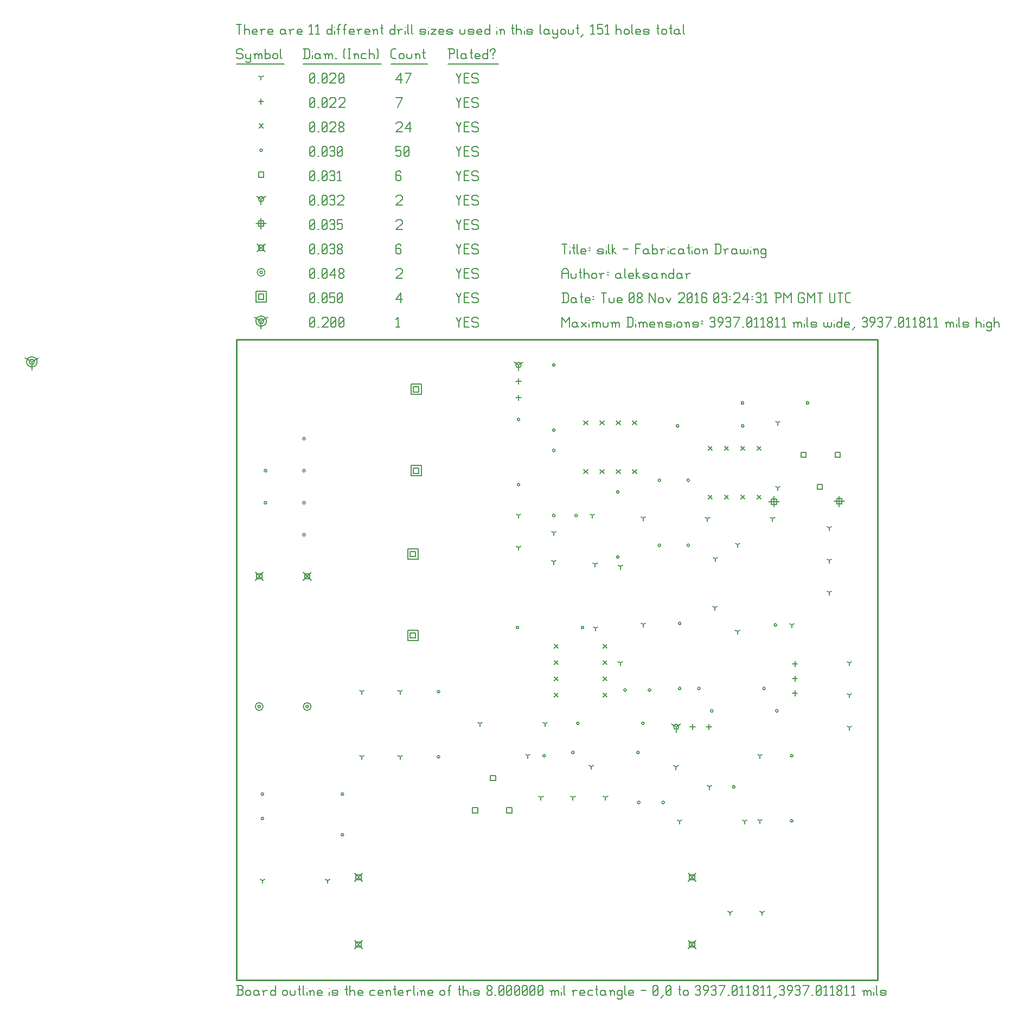
<source format=gbr>
G04 start of page 8 for group -3984 idx -3984 *
G04 Title: silk, fab *
G04 Creator: pcb 20140316 *
G04 CreationDate: Tue 08 Nov 2016 03:24:31 PM GMT UTC *
G04 For: aleksandar *
G04 Format: Gerber/RS-274X *
G04 PCB-Dimensions (mil): 3937.01 3937.01 *
G04 PCB-Coordinate-Origin: lower left *
%MOIN*%
%FSLAX25Y25*%
%LNFAB*%
%ADD140C,0.0100*%
%ADD139C,0.0075*%
%ADD138C,0.0060*%
%ADD137C,0.0080*%
G54D137*X-125948Y379919D02*Y375119D01*
Y379919D02*X-121788Y382319D01*
X-125948Y379919D02*X-130108Y382319D01*
X-127548Y379919D02*G75*G03X-124348Y379919I1600J0D01*G01*
G75*G03X-127548Y379919I-1600J0D01*G01*
X-129148D02*G75*G03X-122748Y379919I3200J0D01*G01*
G75*G03X-129148Y379919I-3200J0D01*G01*
X15000Y404951D02*Y400151D01*
Y404951D02*X19160Y407351D01*
X15000Y404951D02*X10840Y407351D01*
X13400Y404951D02*G75*G03X16600Y404951I1600J0D01*G01*
G75*G03X13400Y404951I-1600J0D01*G01*
X11800D02*G75*G03X18200Y404951I3200J0D01*G01*
G75*G03X11800Y404951I-3200J0D01*G01*
G54D138*X135000Y407201D02*X136500Y404201D01*
X138000Y407201D01*
X136500Y404201D02*Y401201D01*
X139800Y404501D02*X142050D01*
X139800Y401201D02*X142800D01*
X139800Y407201D02*Y401201D01*
Y407201D02*X142800D01*
X147600D02*X148350Y406451D01*
X145350Y407201D02*X147600D01*
X144600Y406451D02*X145350Y407201D01*
X144600Y406451D02*Y404951D01*
X145350Y404201D01*
X147600D01*
X148350Y403451D01*
Y401951D01*
X147600Y401201D02*X148350Y401951D01*
X145350Y401201D02*X147600D01*
X144600Y401951D02*X145350Y401201D01*
X98000Y406001D02*X99200Y407201D01*
Y401201D01*
X98000D02*X100250D01*
X45000Y401951D02*X45750Y401201D01*
X45000Y406451D02*Y401951D01*
Y406451D02*X45750Y407201D01*
X47250D01*
X48000Y406451D01*
Y401951D01*
X47250Y401201D02*X48000Y401951D01*
X45750Y401201D02*X47250D01*
X45000Y402701D02*X48000Y405701D01*
X49800Y401201D02*X50550D01*
X52350Y406451D02*X53100Y407201D01*
X55350D01*
X56100Y406451D01*
Y404951D01*
X52350Y401201D02*X56100Y404951D01*
X52350Y401201D02*X56100D01*
X57900Y401951D02*X58650Y401201D01*
X57900Y406451D02*Y401951D01*
Y406451D02*X58650Y407201D01*
X60150D01*
X60900Y406451D01*
Y401951D01*
X60150Y401201D02*X60900Y401951D01*
X58650Y401201D02*X60150D01*
X57900Y402701D02*X60900Y405701D01*
X62700Y401951D02*X63450Y401201D01*
X62700Y406451D02*Y401951D01*
Y406451D02*X63450Y407201D01*
X64950D01*
X65700Y406451D01*
Y401951D01*
X64950Y401201D02*X65700Y401951D01*
X63450Y401201D02*X64950D01*
X62700Y402701D02*X65700Y405701D01*
X106640Y263445D02*X109840D01*
X106640D02*Y260245D01*
X109840D01*
Y263445D02*Y260245D01*
X105040Y265045D02*X111440D01*
X105040D02*Y258645D01*
X111440D01*
Y265045D02*Y258645D01*
X106640Y213445D02*X109840D01*
X106640D02*Y210245D01*
X109840D01*
Y213445D02*Y210245D01*
X105040Y215045D02*X111440D01*
X105040D02*Y208645D01*
X111440D01*
Y215045D02*Y208645D01*
X108608Y364613D02*X111808D01*
X108608D02*Y361413D01*
X111808D01*
Y364613D02*Y361413D01*
X107008Y366213D02*X113408D01*
X107008D02*Y359813D01*
X113408D01*
Y366213D02*Y359813D01*
X108608Y314613D02*X111808D01*
X108608D02*Y311413D01*
X111808D01*
Y314613D02*Y311413D01*
X107008Y316213D02*X113408D01*
X107008D02*Y309813D01*
X113408D01*
Y316213D02*Y309813D01*
X13400Y421551D02*X16600D01*
X13400D02*Y418351D01*
X16600D01*
Y421551D02*Y418351D01*
X11800Y423151D02*X18200D01*
X11800D02*Y416751D01*
X18200D01*
Y423151D02*Y416751D01*
X135000Y422201D02*X136500Y419201D01*
X138000Y422201D01*
X136500Y419201D02*Y416201D01*
X139800Y419501D02*X142050D01*
X139800Y416201D02*X142800D01*
X139800Y422201D02*Y416201D01*
Y422201D02*X142800D01*
X147600D02*X148350Y421451D01*
X145350Y422201D02*X147600D01*
X144600Y421451D02*X145350Y422201D01*
X144600Y421451D02*Y419951D01*
X145350Y419201D01*
X147600D01*
X148350Y418451D01*
Y416951D01*
X147600Y416201D02*X148350Y416951D01*
X145350Y416201D02*X147600D01*
X144600Y416951D02*X145350Y416201D01*
X98000Y418451D02*X101000Y422201D01*
X98000Y418451D02*X101750D01*
X101000Y422201D02*Y416201D01*
X45000Y416951D02*X45750Y416201D01*
X45000Y421451D02*Y416951D01*
Y421451D02*X45750Y422201D01*
X47250D01*
X48000Y421451D01*
Y416951D01*
X47250Y416201D02*X48000Y416951D01*
X45750Y416201D02*X47250D01*
X45000Y417701D02*X48000Y420701D01*
X49800Y416201D02*X50550D01*
X52350Y416951D02*X53100Y416201D01*
X52350Y421451D02*Y416951D01*
Y421451D02*X53100Y422201D01*
X54600D01*
X55350Y421451D01*
Y416951D01*
X54600Y416201D02*X55350Y416951D01*
X53100Y416201D02*X54600D01*
X52350Y417701D02*X55350Y420701D01*
X57150Y422201D02*X60150D01*
X57150D02*Y419201D01*
X57900Y419951D01*
X59400D01*
X60150Y419201D01*
Y416951D01*
X59400Y416201D02*X60150Y416951D01*
X57900Y416201D02*X59400D01*
X57150Y416951D02*X57900Y416201D01*
X61950Y416951D02*X62700Y416201D01*
X61950Y421451D02*Y416951D01*
Y421451D02*X62700Y422201D01*
X64200D01*
X64950Y421451D01*
Y416951D01*
X64200Y416201D02*X64950Y416951D01*
X62700Y416201D02*X64200D01*
X61950Y417701D02*X64950Y420701D01*
X12976Y168069D02*G75*G03X14576Y168069I800J0D01*G01*
G75*G03X12976Y168069I-800J0D01*G01*
X11376D02*G75*G03X16176Y168069I2400J0D01*G01*
G75*G03X11376Y168069I-2400J0D01*G01*
X42496D02*G75*G03X44096Y168069I800J0D01*G01*
G75*G03X42496Y168069I-800J0D01*G01*
X40896D02*G75*G03X45696Y168069I2400J0D01*G01*
G75*G03X40896Y168069I-2400J0D01*G01*
X14200Y434951D02*G75*G03X15800Y434951I800J0D01*G01*
G75*G03X14200Y434951I-800J0D01*G01*
X12600D02*G75*G03X17400Y434951I2400J0D01*G01*
G75*G03X12600Y434951I-2400J0D01*G01*
X135000Y437201D02*X136500Y434201D01*
X138000Y437201D01*
X136500Y434201D02*Y431201D01*
X139800Y434501D02*X142050D01*
X139800Y431201D02*X142800D01*
X139800Y437201D02*Y431201D01*
Y437201D02*X142800D01*
X147600D02*X148350Y436451D01*
X145350Y437201D02*X147600D01*
X144600Y436451D02*X145350Y437201D01*
X144600Y436451D02*Y434951D01*
X145350Y434201D01*
X147600D01*
X148350Y433451D01*
Y431951D01*
X147600Y431201D02*X148350Y431951D01*
X145350Y431201D02*X147600D01*
X144600Y431951D02*X145350Y431201D01*
X98000Y436451D02*X98750Y437201D01*
X101000D01*
X101750Y436451D01*
Y434951D01*
X98000Y431201D02*X101750Y434951D01*
X98000Y431201D02*X101750D01*
X45000Y431951D02*X45750Y431201D01*
X45000Y436451D02*Y431951D01*
Y436451D02*X45750Y437201D01*
X47250D01*
X48000Y436451D01*
Y431951D01*
X47250Y431201D02*X48000Y431951D01*
X45750Y431201D02*X47250D01*
X45000Y432701D02*X48000Y435701D01*
X49800Y431201D02*X50550D01*
X52350Y431951D02*X53100Y431201D01*
X52350Y436451D02*Y431951D01*
Y436451D02*X53100Y437201D01*
X54600D01*
X55350Y436451D01*
Y431951D01*
X54600Y431201D02*X55350Y431951D01*
X53100Y431201D02*X54600D01*
X52350Y432701D02*X55350Y435701D01*
X57150Y433451D02*X60150Y437201D01*
X57150Y433451D02*X60900D01*
X60150Y437201D02*Y431201D01*
X62700Y431951D02*X63450Y431201D01*
X62700Y433151D02*Y431951D01*
Y433151D02*X63750Y434201D01*
X64650D01*
X65700Y433151D01*
Y431951D01*
X64950Y431201D02*X65700Y431951D01*
X63450Y431201D02*X64950D01*
X62700Y435251D02*X63750Y434201D01*
X62700Y436451D02*Y435251D01*
Y436451D02*X63450Y437201D01*
X64950D01*
X65700Y436451D01*
Y435251D01*
X64650Y434201D02*X65700Y435251D01*
X11376Y250469D02*X16176Y245669D01*
X11376D02*X16176Y250469D01*
X12176Y249669D02*X15376D01*
X12176D02*Y246469D01*
X15376D01*
Y249669D02*Y246469D01*
X277384Y24149D02*X282184Y19349D01*
X277384D02*X282184Y24149D01*
X278184Y23349D02*X281384D01*
X278184D02*Y20149D01*
X281384D01*
Y23349D02*Y20149D01*
X72384Y24149D02*X77184Y19349D01*
X72384D02*X77184Y24149D01*
X73184Y23349D02*X76384D01*
X73184D02*Y20149D01*
X76384D01*
Y23349D02*Y20149D01*
X40896Y250469D02*X45696Y245669D01*
X40896D02*X45696Y250469D01*
X41696Y249669D02*X44896D01*
X41696D02*Y246469D01*
X44896D01*
Y249669D02*Y246469D01*
X277384Y65477D02*X282184Y60677D01*
X277384D02*X282184Y65477D01*
X278184Y64677D02*X281384D01*
X278184D02*Y61477D01*
X281384D01*
Y64677D02*Y61477D01*
X72384Y65477D02*X77184Y60677D01*
X72384D02*X77184Y65477D01*
X73184Y64677D02*X76384D01*
X73184D02*Y61477D01*
X76384D01*
Y64677D02*Y61477D01*
X12600Y452351D02*X17400Y447551D01*
X12600D02*X17400Y452351D01*
X13400Y451551D02*X16600D01*
X13400D02*Y448351D01*
X16600D01*
Y451551D02*Y448351D01*
X135000Y452201D02*X136500Y449201D01*
X138000Y452201D01*
X136500Y449201D02*Y446201D01*
X139800Y449501D02*X142050D01*
X139800Y446201D02*X142800D01*
X139800Y452201D02*Y446201D01*
Y452201D02*X142800D01*
X147600D02*X148350Y451451D01*
X145350Y452201D02*X147600D01*
X144600Y451451D02*X145350Y452201D01*
X144600Y451451D02*Y449951D01*
X145350Y449201D01*
X147600D01*
X148350Y448451D01*
Y446951D01*
X147600Y446201D02*X148350Y446951D01*
X145350Y446201D02*X147600D01*
X144600Y446951D02*X145350Y446201D01*
X100250Y452201D02*X101000Y451451D01*
X98750Y452201D02*X100250D01*
X98000Y451451D02*X98750Y452201D01*
X98000Y451451D02*Y446951D01*
X98750Y446201D01*
X100250Y449501D02*X101000Y448751D01*
X98000Y449501D02*X100250D01*
X98750Y446201D02*X100250D01*
X101000Y446951D01*
Y448751D02*Y446951D01*
X45000D02*X45750Y446201D01*
X45000Y451451D02*Y446951D01*
Y451451D02*X45750Y452201D01*
X47250D01*
X48000Y451451D01*
Y446951D01*
X47250Y446201D02*X48000Y446951D01*
X45750Y446201D02*X47250D01*
X45000Y447701D02*X48000Y450701D01*
X49800Y446201D02*X50550D01*
X52350Y446951D02*X53100Y446201D01*
X52350Y451451D02*Y446951D01*
Y451451D02*X53100Y452201D01*
X54600D01*
X55350Y451451D01*
Y446951D01*
X54600Y446201D02*X55350Y446951D01*
X53100Y446201D02*X54600D01*
X52350Y447701D02*X55350Y450701D01*
X57150Y451451D02*X57900Y452201D01*
X59400D01*
X60150Y451451D01*
X59400Y446201D02*X60150Y446951D01*
X57900Y446201D02*X59400D01*
X57150Y446951D02*X57900Y446201D01*
Y449501D02*X59400D01*
X60150Y451451D02*Y450251D01*
Y448751D02*Y446951D01*
Y448751D02*X59400Y449501D01*
X60150Y450251D02*X59400Y449501D01*
X61950Y446951D02*X62700Y446201D01*
X61950Y448151D02*Y446951D01*
Y448151D02*X63000Y449201D01*
X63900D01*
X64950Y448151D01*
Y446951D01*
X64200Y446201D02*X64950Y446951D01*
X62700Y446201D02*X64200D01*
X61950Y450251D02*X63000Y449201D01*
X61950Y451451D02*Y450251D01*
Y451451D02*X62700Y452201D01*
X64200D01*
X64950Y451451D01*
Y450251D01*
X63900Y449201D02*X64950Y450251D01*
X330200Y297201D02*Y290801D01*
X327000Y294001D02*X333400D01*
X328600Y295601D02*X331800D01*
X328600D02*Y292401D01*
X331800D01*
Y295601D02*Y292401D01*
X370300Y297401D02*Y291001D01*
X367100Y294201D02*X373500D01*
X368700Y295801D02*X371900D01*
X368700D02*Y292601D01*
X371900D01*
Y295801D02*Y292601D01*
X15000Y468151D02*Y461751D01*
X11800Y464951D02*X18200D01*
X13400Y466551D02*X16600D01*
X13400D02*Y463351D01*
X16600D01*
Y466551D02*Y463351D01*
X135000Y467201D02*X136500Y464201D01*
X138000Y467201D01*
X136500Y464201D02*Y461201D01*
X139800Y464501D02*X142050D01*
X139800Y461201D02*X142800D01*
X139800Y467201D02*Y461201D01*
Y467201D02*X142800D01*
X147600D02*X148350Y466451D01*
X145350Y467201D02*X147600D01*
X144600Y466451D02*X145350Y467201D01*
X144600Y466451D02*Y464951D01*
X145350Y464201D01*
X147600D01*
X148350Y463451D01*
Y461951D01*
X147600Y461201D02*X148350Y461951D01*
X145350Y461201D02*X147600D01*
X144600Y461951D02*X145350Y461201D01*
X98000Y466451D02*X98750Y467201D01*
X101000D01*
X101750Y466451D01*
Y464951D01*
X98000Y461201D02*X101750Y464951D01*
X98000Y461201D02*X101750D01*
X45000Y461951D02*X45750Y461201D01*
X45000Y466451D02*Y461951D01*
Y466451D02*X45750Y467201D01*
X47250D01*
X48000Y466451D01*
Y461951D01*
X47250Y461201D02*X48000Y461951D01*
X45750Y461201D02*X47250D01*
X45000Y462701D02*X48000Y465701D01*
X49800Y461201D02*X50550D01*
X52350Y461951D02*X53100Y461201D01*
X52350Y466451D02*Y461951D01*
Y466451D02*X53100Y467201D01*
X54600D01*
X55350Y466451D01*
Y461951D01*
X54600Y461201D02*X55350Y461951D01*
X53100Y461201D02*X54600D01*
X52350Y462701D02*X55350Y465701D01*
X57150Y466451D02*X57900Y467201D01*
X59400D01*
X60150Y466451D01*
X59400Y461201D02*X60150Y461951D01*
X57900Y461201D02*X59400D01*
X57150Y461951D02*X57900Y461201D01*
Y464501D02*X59400D01*
X60150Y466451D02*Y465251D01*
Y463751D02*Y461951D01*
Y463751D02*X59400Y464501D01*
X60150Y465251D02*X59400Y464501D01*
X61950Y467201D02*X64950D01*
X61950D02*Y464201D01*
X62700Y464951D01*
X64200D01*
X64950Y464201D01*
Y461951D01*
X64200Y461201D02*X64950Y461951D01*
X62700Y461201D02*X64200D01*
X61950Y461951D02*X62700Y461201D01*
X173184Y377957D02*Y374757D01*
Y377957D02*X175957Y379557D01*
X173184Y377957D02*X170411Y379557D01*
X171584Y377957D02*G75*G03X174784Y377957I1600J0D01*G01*
G75*G03X171584Y377957I-1600J0D01*G01*
X270096Y155573D02*Y152373D01*
Y155573D02*X272869Y157173D01*
X270096Y155573D02*X267323Y157173D01*
X268496Y155573D02*G75*G03X271696Y155573I1600J0D01*G01*
G75*G03X268496Y155573I-1600J0D01*G01*
X15000Y479951D02*Y476751D01*
Y479951D02*X17773Y481551D01*
X15000Y479951D02*X12227Y481551D01*
X13400Y479951D02*G75*G03X16600Y479951I1600J0D01*G01*
G75*G03X13400Y479951I-1600J0D01*G01*
X135000Y482201D02*X136500Y479201D01*
X138000Y482201D01*
X136500Y479201D02*Y476201D01*
X139800Y479501D02*X142050D01*
X139800Y476201D02*X142800D01*
X139800Y482201D02*Y476201D01*
Y482201D02*X142800D01*
X147600D02*X148350Y481451D01*
X145350Y482201D02*X147600D01*
X144600Y481451D02*X145350Y482201D01*
X144600Y481451D02*Y479951D01*
X145350Y479201D01*
X147600D01*
X148350Y478451D01*
Y476951D01*
X147600Y476201D02*X148350Y476951D01*
X145350Y476201D02*X147600D01*
X144600Y476951D02*X145350Y476201D01*
X98000Y481451D02*X98750Y482201D01*
X101000D01*
X101750Y481451D01*
Y479951D01*
X98000Y476201D02*X101750Y479951D01*
X98000Y476201D02*X101750D01*
X45000Y476951D02*X45750Y476201D01*
X45000Y481451D02*Y476951D01*
Y481451D02*X45750Y482201D01*
X47250D01*
X48000Y481451D01*
Y476951D01*
X47250Y476201D02*X48000Y476951D01*
X45750Y476201D02*X47250D01*
X45000Y477701D02*X48000Y480701D01*
X49800Y476201D02*X50550D01*
X52350Y476951D02*X53100Y476201D01*
X52350Y481451D02*Y476951D01*
Y481451D02*X53100Y482201D01*
X54600D01*
X55350Y481451D01*
Y476951D01*
X54600Y476201D02*X55350Y476951D01*
X53100Y476201D02*X54600D01*
X52350Y477701D02*X55350Y480701D01*
X57150Y481451D02*X57900Y482201D01*
X59400D01*
X60150Y481451D01*
X59400Y476201D02*X60150Y476951D01*
X57900Y476201D02*X59400D01*
X57150Y476951D02*X57900Y476201D01*
Y479501D02*X59400D01*
X60150Y481451D02*Y480251D01*
Y478751D02*Y476951D01*
Y478751D02*X59400Y479501D01*
X60150Y480251D02*X59400Y479501D01*
X61950Y481451D02*X62700Y482201D01*
X64950D01*
X65700Y481451D01*
Y479951D01*
X61950Y476201D02*X65700Y479951D01*
X61950Y476201D02*X65700D01*
X155840Y125685D02*X159040D01*
X155840D02*Y122485D01*
X159040D01*
Y125685D02*Y122485D01*
X165840Y105921D02*X169040D01*
X165840D02*Y102721D01*
X169040D01*
Y105921D02*Y102721D01*
X144840Y105921D02*X148040D01*
X144840D02*Y102721D01*
X148040D01*
Y105921D02*Y102721D01*
X356736Y304689D02*X359936D01*
X356736D02*Y301489D01*
X359936D01*
Y304689D02*Y301489D01*
X346736Y324453D02*X349936D01*
X346736D02*Y321253D01*
X349936D01*
Y324453D02*Y321253D01*
X367736Y324453D02*X370936D01*
X367736D02*Y321253D01*
X370936D01*
Y324453D02*Y321253D01*
X13400Y496551D02*X16600D01*
X13400D02*Y493351D01*
X16600D01*
Y496551D02*Y493351D01*
X135000Y497201D02*X136500Y494201D01*
X138000Y497201D01*
X136500Y494201D02*Y491201D01*
X139800Y494501D02*X142050D01*
X139800Y491201D02*X142800D01*
X139800Y497201D02*Y491201D01*
Y497201D02*X142800D01*
X147600D02*X148350Y496451D01*
X145350Y497201D02*X147600D01*
X144600Y496451D02*X145350Y497201D01*
X144600Y496451D02*Y494951D01*
X145350Y494201D01*
X147600D01*
X148350Y493451D01*
Y491951D01*
X147600Y491201D02*X148350Y491951D01*
X145350Y491201D02*X147600D01*
X144600Y491951D02*X145350Y491201D01*
X100250Y497201D02*X101000Y496451D01*
X98750Y497201D02*X100250D01*
X98000Y496451D02*X98750Y497201D01*
X98000Y496451D02*Y491951D01*
X98750Y491201D01*
X100250Y494501D02*X101000Y493751D01*
X98000Y494501D02*X100250D01*
X98750Y491201D02*X100250D01*
X101000Y491951D01*
Y493751D02*Y491951D01*
X45000D02*X45750Y491201D01*
X45000Y496451D02*Y491951D01*
Y496451D02*X45750Y497201D01*
X47250D01*
X48000Y496451D01*
Y491951D01*
X47250Y491201D02*X48000Y491951D01*
X45750Y491201D02*X47250D01*
X45000Y492701D02*X48000Y495701D01*
X49800Y491201D02*X50550D01*
X52350Y491951D02*X53100Y491201D01*
X52350Y496451D02*Y491951D01*
Y496451D02*X53100Y497201D01*
X54600D01*
X55350Y496451D01*
Y491951D01*
X54600Y491201D02*X55350Y491951D01*
X53100Y491201D02*X54600D01*
X52350Y492701D02*X55350Y495701D01*
X57150Y496451D02*X57900Y497201D01*
X59400D01*
X60150Y496451D01*
X59400Y491201D02*X60150Y491951D01*
X57900Y491201D02*X59400D01*
X57150Y491951D02*X57900Y491201D01*
Y494501D02*X59400D01*
X60150Y496451D02*Y495251D01*
Y493751D02*Y491951D01*
Y493751D02*X59400Y494501D01*
X60150Y495251D02*X59400Y494501D01*
X61950Y496001D02*X63150Y497201D01*
Y491201D01*
X61950D02*X64200D01*
X40528Y293327D02*G75*G03X42128Y293327I800J0D01*G01*
G75*G03X40528Y293327I-800J0D01*G01*
Y273642D02*G75*G03X42128Y273642I800J0D01*G01*
G75*G03X40528Y273642I-800J0D01*G01*
Y332698D02*G75*G03X42128Y332698I800J0D01*G01*
G75*G03X40528Y332698I-800J0D01*G01*
Y313013D02*G75*G03X42128Y313013I800J0D01*G01*
G75*G03X40528Y313013I-800J0D01*G01*
X194032Y337957D02*G75*G03X195632Y337957I800J0D01*G01*
G75*G03X194032Y337957I-800J0D01*G01*
Y377957D02*G75*G03X195632Y377957I800J0D01*G01*
G75*G03X194032Y377957I-800J0D01*G01*
X233392Y259877D02*G75*G03X234992Y259877I800J0D01*G01*
G75*G03X233392Y259877I-800J0D01*G01*
Y299877D02*G75*G03X234992Y299877I800J0D01*G01*
G75*G03X233392Y299877I-800J0D01*G01*
X207808Y285461D02*G75*G03X209408Y285461I800J0D01*G01*
G75*G03X207808Y285461I-800J0D01*G01*
X172384Y304501D02*G75*G03X173984Y304501I800J0D01*G01*
G75*G03X172384Y304501I-800J0D01*G01*
Y344501D02*G75*G03X173984Y344501I800J0D01*G01*
G75*G03X172384Y344501I-800J0D01*G01*
X194032Y285461D02*G75*G03X195632Y285461I800J0D01*G01*
G75*G03X194032Y285461I-800J0D01*G01*
Y325461D02*G75*G03X195632Y325461I800J0D01*G01*
G75*G03X194032Y325461I-800J0D01*G01*
X16912Y293327D02*G75*G03X18512Y293327I800J0D01*G01*
G75*G03X16912Y293327I-800J0D01*G01*
Y313013D02*G75*G03X18512Y313013I800J0D01*G01*
G75*G03X16912Y313013I-800J0D01*G01*
X14944Y114245D02*G75*G03X16544Y114245I800J0D01*G01*
G75*G03X14944Y114245I-800J0D01*G01*
Y99245D02*G75*G03X16544Y99245I800J0D01*G01*
G75*G03X14944Y99245I-800J0D01*G01*
X123184Y177221D02*G75*G03X124784Y177221I800J0D01*G01*
G75*G03X123184Y177221I-800J0D01*G01*
Y137221D02*G75*G03X124784Y137221I800J0D01*G01*
G75*G03X123184Y137221I-800J0D01*G01*
X64144Y114245D02*G75*G03X65744Y114245I800J0D01*G01*
G75*G03X64144Y114245I-800J0D01*G01*
Y89245D02*G75*G03X65744Y89245I800J0D01*G01*
G75*G03X64144Y89245I-800J0D01*G01*
X258976Y267109D02*G75*G03X260576Y267109I800J0D01*G01*
G75*G03X258976Y267109I-800J0D01*G01*
Y307109D02*G75*G03X260576Y307109I800J0D01*G01*
G75*G03X258976Y307109I-800J0D01*G01*
X349976Y354641D02*G75*G03X351576Y354641I800J0D01*G01*
G75*G03X349976Y354641I-800J0D01*G01*
X309976D02*G75*G03X311576Y354641I800J0D01*G01*
G75*G03X309976Y354641I-800J0D01*G01*
X310144Y340565D02*G75*G03X311744Y340565I800J0D01*G01*
G75*G03X310144Y340565I-800J0D01*G01*
X270144D02*G75*G03X271744Y340565I800J0D01*G01*
G75*G03X270144Y340565I-800J0D01*G01*
X276688Y267109D02*G75*G03X278288Y267109I800J0D01*G01*
G75*G03X276688Y267109I-800J0D01*G01*
Y307109D02*G75*G03X278288Y307109I800J0D01*G01*
G75*G03X276688Y307109I-800J0D01*G01*
X248840Y157741D02*G75*G03X250440Y157741I800J0D01*G01*
G75*G03X248840Y157741I-800J0D01*G01*
X208840D02*G75*G03X210440Y157741I800J0D01*G01*
G75*G03X208840Y157741I-800J0D01*G01*
X211744Y216581D02*G75*G03X213344Y216581I800J0D01*G01*
G75*G03X211744Y216581I-800J0D01*G01*
X171744D02*G75*G03X173344Y216581I800J0D01*G01*
G75*G03X171744Y216581I-800J0D01*G01*
X188128Y137861D02*G75*G03X189728Y137861I800J0D01*G01*
G75*G03X188128Y137861I-800J0D01*G01*
X283232Y179189D02*G75*G03X284832Y179189I800J0D01*G01*
G75*G03X283232Y179189I-800J0D01*G01*
X323232D02*G75*G03X324832Y179189I800J0D01*G01*
G75*G03X323232Y179189I-800J0D01*G01*
X330300Y218201D02*G75*G03X331900Y218201I800J0D01*G01*
G75*G03X330300Y218201I-800J0D01*G01*
X271424Y219189D02*G75*G03X273024Y219189I800J0D01*G01*
G75*G03X271424Y219189I-800J0D01*G01*
Y179189D02*G75*G03X273024Y179189I800J0D01*G01*
G75*G03X271424Y179189I-800J0D01*G01*
X291104Y165413D02*G75*G03X292704Y165413I800J0D01*G01*
G75*G03X291104Y165413I-800J0D01*G01*
X331104D02*G75*G03X332704Y165413I800J0D01*G01*
G75*G03X331104Y165413I-800J0D01*G01*
X340304Y137861D02*G75*G03X341904Y137861I800J0D01*G01*
G75*G03X340304Y137861I-800J0D01*G01*
Y97861D02*G75*G03X341904Y97861I800J0D01*G01*
G75*G03X340304Y97861I-800J0D01*G01*
X304676Y118717D02*G75*G03X306276Y118717I800J0D01*G01*
G75*G03X304676Y118717I-800J0D01*G01*
X261300Y109101D02*G75*G03X262900Y109101I800J0D01*G01*
G75*G03X261300Y109101I-800J0D01*G01*
X246300D02*G75*G03X247900Y109101I800J0D01*G01*
G75*G03X246300Y109101I-800J0D01*G01*
X245840Y139829D02*G75*G03X247440Y139829I800J0D01*G01*
G75*G03X245840Y139829I-800J0D01*G01*
X205840D02*G75*G03X207440Y139829I800J0D01*G01*
G75*G03X205840Y139829I-800J0D01*G01*
X237900Y178201D02*G75*G03X239500Y178201I800J0D01*G01*
G75*G03X237900Y178201I-800J0D01*G01*
X252900D02*G75*G03X254500Y178201I800J0D01*G01*
G75*G03X252900Y178201I-800J0D01*G01*
X14200Y509951D02*G75*G03X15800Y509951I800J0D01*G01*
G75*G03X14200Y509951I-800J0D01*G01*
X135000Y512201D02*X136500Y509201D01*
X138000Y512201D01*
X136500Y509201D02*Y506201D01*
X139800Y509501D02*X142050D01*
X139800Y506201D02*X142800D01*
X139800Y512201D02*Y506201D01*
Y512201D02*X142800D01*
X147600D02*X148350Y511451D01*
X145350Y512201D02*X147600D01*
X144600Y511451D02*X145350Y512201D01*
X144600Y511451D02*Y509951D01*
X145350Y509201D01*
X147600D01*
X148350Y508451D01*
Y506951D01*
X147600Y506201D02*X148350Y506951D01*
X145350Y506201D02*X147600D01*
X144600Y506951D02*X145350Y506201D01*
X98000Y512201D02*X101000D01*
X98000D02*Y509201D01*
X98750Y509951D01*
X100250D01*
X101000Y509201D01*
Y506951D01*
X100250Y506201D02*X101000Y506951D01*
X98750Y506201D02*X100250D01*
X98000Y506951D02*X98750Y506201D01*
X102800Y506951D02*X103550Y506201D01*
X102800Y511451D02*Y506951D01*
Y511451D02*X103550Y512201D01*
X105050D01*
X105800Y511451D01*
Y506951D01*
X105050Y506201D02*X105800Y506951D01*
X103550Y506201D02*X105050D01*
X102800Y507701D02*X105800Y510701D01*
X45000Y506951D02*X45750Y506201D01*
X45000Y511451D02*Y506951D01*
Y511451D02*X45750Y512201D01*
X47250D01*
X48000Y511451D01*
Y506951D01*
X47250Y506201D02*X48000Y506951D01*
X45750Y506201D02*X47250D01*
X45000Y507701D02*X48000Y510701D01*
X49800Y506201D02*X50550D01*
X52350Y506951D02*X53100Y506201D01*
X52350Y511451D02*Y506951D01*
Y511451D02*X53100Y512201D01*
X54600D01*
X55350Y511451D01*
Y506951D01*
X54600Y506201D02*X55350Y506951D01*
X53100Y506201D02*X54600D01*
X52350Y507701D02*X55350Y510701D01*
X57150Y511451D02*X57900Y512201D01*
X59400D01*
X60150Y511451D01*
X59400Y506201D02*X60150Y506951D01*
X57900Y506201D02*X59400D01*
X57150Y506951D02*X57900Y506201D01*
Y509501D02*X59400D01*
X60150Y511451D02*Y510251D01*
Y508751D02*Y506951D01*
Y508751D02*X59400Y509501D01*
X60150Y510251D02*X59400Y509501D01*
X61950Y506951D02*X62700Y506201D01*
X61950Y511451D02*Y506951D01*
Y511451D02*X62700Y512201D01*
X64200D01*
X64950Y511451D01*
Y506951D01*
X64200Y506201D02*X64950Y506951D01*
X62700Y506201D02*X64200D01*
X61950Y507701D02*X64950Y510701D01*
X213312Y313733D02*X215712Y311333D01*
X213312D02*X215712Y313733D01*
X223312D02*X225712Y311333D01*
X223312D02*X225712Y313733D01*
X233312D02*X235712Y311333D01*
X233312D02*X235712Y313733D01*
X243312D02*X245712Y311333D01*
X243312D02*X245712Y313733D01*
X243312Y343733D02*X245712Y341333D01*
X243312D02*X245712Y343733D01*
X233312D02*X235712Y341333D01*
X233312D02*X235712Y343733D01*
X223312D02*X225712Y341333D01*
X223312D02*X225712Y343733D01*
X213312D02*X215712Y341333D01*
X213312D02*X215712Y343733D01*
X289744Y297989D02*X292144Y295589D01*
X289744D02*X292144Y297989D01*
X299744D02*X302144Y295589D01*
X299744D02*X302144Y297989D01*
X309744D02*X312144Y295589D01*
X309744D02*X312144Y297989D01*
X319744D02*X322144Y295589D01*
X319744D02*X322144Y297989D01*
X319744Y327989D02*X322144Y325589D01*
X319744D02*X322144Y327989D01*
X309744D02*X312144Y325589D01*
X309744D02*X312144Y327989D01*
X299744D02*X302144Y325589D01*
X299744D02*X302144Y327989D01*
X289744D02*X292144Y325589D01*
X289744D02*X292144Y327989D01*
X225120Y176293D02*X227520Y173893D01*
X225120D02*X227520Y176293D01*
X225120Y186293D02*X227520Y183893D01*
X225120D02*X227520Y186293D01*
X225120Y196293D02*X227520Y193893D01*
X225120D02*X227520Y196293D01*
X225120Y206293D02*X227520Y203893D01*
X225120D02*X227520Y206293D01*
X195120D02*X197520Y203893D01*
X195120D02*X197520Y206293D01*
X195120Y196293D02*X197520Y193893D01*
X195120D02*X197520Y196293D01*
X195120Y186293D02*X197520Y183893D01*
X195120D02*X197520Y186293D01*
X195120Y176293D02*X197520Y173893D01*
X195120D02*X197520Y176293D01*
X13800Y526151D02*X16200Y523751D01*
X13800D02*X16200Y526151D01*
X135000Y527201D02*X136500Y524201D01*
X138000Y527201D01*
X136500Y524201D02*Y521201D01*
X139800Y524501D02*X142050D01*
X139800Y521201D02*X142800D01*
X139800Y527201D02*Y521201D01*
Y527201D02*X142800D01*
X147600D02*X148350Y526451D01*
X145350Y527201D02*X147600D01*
X144600Y526451D02*X145350Y527201D01*
X144600Y526451D02*Y524951D01*
X145350Y524201D01*
X147600D01*
X148350Y523451D01*
Y521951D01*
X147600Y521201D02*X148350Y521951D01*
X145350Y521201D02*X147600D01*
X144600Y521951D02*X145350Y521201D01*
X98000Y526451D02*X98750Y527201D01*
X101000D01*
X101750Y526451D01*
Y524951D01*
X98000Y521201D02*X101750Y524951D01*
X98000Y521201D02*X101750D01*
X103550Y523451D02*X106550Y527201D01*
X103550Y523451D02*X107300D01*
X106550Y527201D02*Y521201D01*
X45000Y521951D02*X45750Y521201D01*
X45000Y526451D02*Y521951D01*
Y526451D02*X45750Y527201D01*
X47250D01*
X48000Y526451D01*
Y521951D01*
X47250Y521201D02*X48000Y521951D01*
X45750Y521201D02*X47250D01*
X45000Y522701D02*X48000Y525701D01*
X49800Y521201D02*X50550D01*
X52350Y521951D02*X53100Y521201D01*
X52350Y526451D02*Y521951D01*
Y526451D02*X53100Y527201D01*
X54600D01*
X55350Y526451D01*
Y521951D01*
X54600Y521201D02*X55350Y521951D01*
X53100Y521201D02*X54600D01*
X52350Y522701D02*X55350Y525701D01*
X57150Y526451D02*X57900Y527201D01*
X60150D01*
X60900Y526451D01*
Y524951D01*
X57150Y521201D02*X60900Y524951D01*
X57150Y521201D02*X60900D01*
X62700Y521951D02*X63450Y521201D01*
X62700Y523151D02*Y521951D01*
Y523151D02*X63750Y524201D01*
X64650D01*
X65700Y523151D01*
Y521951D01*
X64950Y521201D02*X65700Y521951D01*
X63450Y521201D02*X64950D01*
X62700Y525251D02*X63750Y524201D01*
X62700Y526451D02*Y525251D01*
Y526451D02*X63450Y527201D01*
X64950D01*
X65700Y526451D01*
Y525251D01*
X64650Y524201D02*X65700Y525251D01*
X173184Y369557D02*Y366357D01*
X171584Y367957D02*X174784D01*
X173184Y359557D02*Y356357D01*
X171584Y357957D02*X174784D01*
X343072Y177853D02*Y174653D01*
X341472Y176253D02*X344672D01*
X343072Y186853D02*Y183653D01*
X341472Y185253D02*X344672D01*
X343072Y195853D02*Y192653D01*
X341472Y194253D02*X344672D01*
X280096Y157173D02*Y153973D01*
X278496Y155573D02*X281696D01*
X290096Y157173D02*Y153973D01*
X288496Y155573D02*X291696D01*
X15000Y541551D02*Y538351D01*
X13400Y539951D02*X16600D01*
X135000Y542201D02*X136500Y539201D01*
X138000Y542201D01*
X136500Y539201D02*Y536201D01*
X139800Y539501D02*X142050D01*
X139800Y536201D02*X142800D01*
X139800Y542201D02*Y536201D01*
Y542201D02*X142800D01*
X147600D02*X148350Y541451D01*
X145350Y542201D02*X147600D01*
X144600Y541451D02*X145350Y542201D01*
X144600Y541451D02*Y539951D01*
X145350Y539201D01*
X147600D01*
X148350Y538451D01*
Y536951D01*
X147600Y536201D02*X148350Y536951D01*
X145350Y536201D02*X147600D01*
X144600Y536951D02*X145350Y536201D01*
X98750D02*X101750Y542201D01*
X98000D02*X101750D01*
X45000Y536951D02*X45750Y536201D01*
X45000Y541451D02*Y536951D01*
Y541451D02*X45750Y542201D01*
X47250D01*
X48000Y541451D01*
Y536951D01*
X47250Y536201D02*X48000Y536951D01*
X45750Y536201D02*X47250D01*
X45000Y537701D02*X48000Y540701D01*
X49800Y536201D02*X50550D01*
X52350Y536951D02*X53100Y536201D01*
X52350Y541451D02*Y536951D01*
Y541451D02*X53100Y542201D01*
X54600D01*
X55350Y541451D01*
Y536951D01*
X54600Y536201D02*X55350Y536951D01*
X53100Y536201D02*X54600D01*
X52350Y537701D02*X55350Y540701D01*
X57150Y541451D02*X57900Y542201D01*
X60150D01*
X60900Y541451D01*
Y539951D01*
X57150Y536201D02*X60900Y539951D01*
X57150Y536201D02*X60900D01*
X62700Y541451D02*X63450Y542201D01*
X65700D01*
X66450Y541451D01*
Y539951D01*
X62700Y536201D02*X66450Y539951D01*
X62700Y536201D02*X66450D01*
X173184Y265775D02*Y264175D01*
Y265775D02*X174571Y266575D01*
X173184Y265775D02*X171797Y266575D01*
X173184Y285461D02*Y283861D01*
Y285461D02*X174571Y286261D01*
X173184Y285461D02*X171797Y286261D01*
X218608Y285461D02*Y283861D01*
Y285461D02*X219995Y286261D01*
X218608Y285461D02*X217221Y286261D01*
X55744Y61109D02*Y59509D01*
Y61109D02*X57131Y61909D01*
X55744Y61109D02*X54357Y61909D01*
X15744Y61109D02*Y59509D01*
Y61109D02*X17131Y61909D01*
X15744Y61109D02*X14357Y61909D01*
X76752Y137221D02*Y135621D01*
Y137221D02*X78139Y138021D01*
X76752Y137221D02*X75365Y138021D01*
X76752Y177221D02*Y175621D01*
Y177221D02*X78139Y178021D01*
X76752Y177221D02*X75365Y178021D01*
X100368Y177221D02*Y175621D01*
Y177221D02*X101755Y178021D01*
X100368Y177221D02*X98981Y178021D01*
X100368Y137221D02*Y135621D01*
Y137221D02*X101755Y138021D01*
X100368Y137221D02*X98981Y138021D01*
X329296Y283493D02*Y281893D01*
Y283493D02*X330683Y284293D01*
X329296Y283493D02*X327909Y284293D01*
X289296Y283493D02*Y281893D01*
Y283493D02*X290683Y284293D01*
X289296Y283493D02*X287909Y284293D01*
X149568Y157541D02*Y155941D01*
Y157541D02*X150955Y158341D01*
X149568Y157541D02*X148181Y158341D01*
X189568Y157541D02*Y155941D01*
Y157541D02*X190955Y158341D01*
X189568Y157541D02*X188181Y158341D01*
X178928Y137861D02*Y136261D01*
Y137861D02*X180315Y138661D01*
X178928Y137861D02*X177541Y138661D01*
X376528Y194939D02*Y193339D01*
Y194939D02*X377915Y195739D01*
X376528Y194939D02*X375141Y195739D01*
X376528Y155253D02*Y153653D01*
Y155253D02*X377915Y156053D01*
X376528Y155253D02*X375141Y156053D01*
X376528Y175253D02*Y173653D01*
Y175253D02*X377915Y176053D01*
X376528Y175253D02*X375141Y176053D01*
X341100Y218201D02*Y216601D01*
Y218201D02*X342487Y219001D01*
X341100Y218201D02*X339713Y219001D01*
X321424Y137861D02*Y136261D01*
Y137861D02*X322811Y138661D01*
X321424Y137861D02*X320037Y138661D01*
X321424Y97861D02*Y96261D01*
Y97861D02*X322811Y98661D01*
X321424Y97861D02*X320037Y98661D01*
X290476Y118717D02*Y117117D01*
Y118717D02*X291863Y119517D01*
X290476Y118717D02*X289089Y119517D01*
X364080Y238229D02*Y236629D01*
Y238229D02*X365467Y239029D01*
X364080Y238229D02*X362693Y239029D01*
X364080Y277915D02*Y276315D01*
Y277915D02*X365467Y278715D01*
X364080Y277915D02*X362693Y278715D01*
X364080Y257915D02*Y256315D01*
Y257915D02*X365467Y258715D01*
X364080Y257915D02*X362693Y258715D01*
X332592Y342533D02*Y340933D01*
Y342533D02*X333979Y343333D01*
X332592Y342533D02*X331205Y343333D01*
X332592Y302533D02*Y300933D01*
Y302533D02*X333979Y303333D01*
X332592Y302533D02*X331205Y303333D01*
X303072Y41429D02*Y39829D01*
Y41429D02*X304459Y42229D01*
X303072Y41429D02*X301685Y42229D01*
X322758Y41429D02*Y39829D01*
Y41429D02*X324145Y42229D01*
X322758Y41429D02*X321371Y42229D01*
X312248Y97501D02*Y95901D01*
Y97501D02*X313635Y98301D01*
X312248Y97501D02*X310861Y98301D01*
X272248Y97501D02*Y95901D01*
Y97501D02*X273635Y98301D01*
X272248Y97501D02*X270861Y98301D01*
X186954Y112277D02*Y110677D01*
Y112277D02*X188341Y113077D01*
X186954Y112277D02*X185567Y113077D01*
X226640Y112277D02*Y110677D01*
Y112277D02*X228027Y113077D01*
X226640Y112277D02*X225253Y113077D01*
X206640Y112277D02*Y110677D01*
Y112277D02*X208027Y113077D01*
X206640Y112277D02*X205253Y113077D01*
X194800Y274901D02*Y273301D01*
Y274901D02*X196187Y275701D01*
X194800Y274901D02*X193413Y275701D01*
X194800Y257001D02*Y255401D01*
Y257001D02*X196187Y257801D01*
X194800Y257001D02*X193413Y257801D01*
X249900Y218501D02*Y216901D01*
Y218501D02*X251287Y219301D01*
X249900Y218501D02*X248513Y219301D01*
X249900Y283801D02*Y282201D01*
Y283801D02*X251287Y284601D01*
X249900Y283801D02*X248513Y284601D01*
X293800Y228901D02*Y227301D01*
Y228901D02*X295187Y229701D01*
X293800Y228901D02*X292413Y229701D01*
X307700Y214201D02*Y212601D01*
Y214201D02*X309087Y215001D01*
X307700Y214201D02*X306313Y215001D01*
X307900Y267501D02*Y265901D01*
Y267501D02*X309287Y268301D01*
X307900Y267501D02*X306513Y268301D01*
X294100Y258901D02*Y257301D01*
Y258901D02*X295487Y259701D01*
X294100Y258901D02*X292713Y259701D01*
X217900Y131101D02*Y129501D01*
Y131101D02*X219287Y131901D01*
X217900Y131101D02*X216513Y131901D01*
X270000Y131001D02*Y129401D01*
Y131001D02*X271387Y131801D01*
X270000Y131001D02*X268613Y131801D01*
X220500Y216201D02*Y214601D01*
Y216201D02*X221887Y217001D01*
X220500Y216201D02*X219113Y217001D01*
X235700Y194801D02*Y193201D01*
Y194801D02*X237087Y195601D01*
X235700Y194801D02*X234313Y195601D01*
X235900Y254001D02*Y252401D01*
Y254001D02*X237287Y254801D01*
X235900Y254001D02*X234513Y254801D01*
X220300Y255501D02*Y253901D01*
Y255501D02*X221687Y256301D01*
X220300Y255501D02*X218913Y256301D01*
X15000Y554951D02*Y553351D01*
Y554951D02*X16387Y555751D01*
X15000Y554951D02*X13613Y555751D01*
X135000Y557201D02*X136500Y554201D01*
X138000Y557201D01*
X136500Y554201D02*Y551201D01*
X139800Y554501D02*X142050D01*
X139800Y551201D02*X142800D01*
X139800Y557201D02*Y551201D01*
Y557201D02*X142800D01*
X147600D02*X148350Y556451D01*
X145350Y557201D02*X147600D01*
X144600Y556451D02*X145350Y557201D01*
X144600Y556451D02*Y554951D01*
X145350Y554201D01*
X147600D01*
X148350Y553451D01*
Y551951D01*
X147600Y551201D02*X148350Y551951D01*
X145350Y551201D02*X147600D01*
X144600Y551951D02*X145350Y551201D01*
X98000Y553451D02*X101000Y557201D01*
X98000Y553451D02*X101750D01*
X101000Y557201D02*Y551201D01*
X104300D02*X107300Y557201D01*
X103550D02*X107300D01*
X45000Y551951D02*X45750Y551201D01*
X45000Y556451D02*Y551951D01*
Y556451D02*X45750Y557201D01*
X47250D01*
X48000Y556451D01*
Y551951D01*
X47250Y551201D02*X48000Y551951D01*
X45750Y551201D02*X47250D01*
X45000Y552701D02*X48000Y555701D01*
X49800Y551201D02*X50550D01*
X52350Y551951D02*X53100Y551201D01*
X52350Y556451D02*Y551951D01*
Y556451D02*X53100Y557201D01*
X54600D01*
X55350Y556451D01*
Y551951D01*
X54600Y551201D02*X55350Y551951D01*
X53100Y551201D02*X54600D01*
X52350Y552701D02*X55350Y555701D01*
X57150Y556451D02*X57900Y557201D01*
X60150D01*
X60900Y556451D01*
Y554951D01*
X57150Y551201D02*X60900Y554951D01*
X57150Y551201D02*X60900D01*
X62700Y551951D02*X63450Y551201D01*
X62700Y556451D02*Y551951D01*
Y556451D02*X63450Y557201D01*
X64950D01*
X65700Y556451D01*
Y551951D01*
X64950Y551201D02*X65700Y551951D01*
X63450Y551201D02*X64950D01*
X62700Y552701D02*X65700Y555701D01*
X3000Y572201D02*X3750Y571451D01*
X750Y572201D02*X3000D01*
X0Y571451D02*X750Y572201D01*
X0Y571451D02*Y569951D01*
X750Y569201D01*
X3000D01*
X3750Y568451D01*
Y566951D01*
X3000Y566201D02*X3750Y566951D01*
X750Y566201D02*X3000D01*
X0Y566951D02*X750Y566201D01*
X5550Y569201D02*Y566951D01*
X6300Y566201D01*
X8550Y569201D02*Y564701D01*
X7800Y563951D02*X8550Y564701D01*
X6300Y563951D02*X7800D01*
X5550Y564701D02*X6300Y563951D01*
Y566201D02*X7800D01*
X8550Y566951D01*
X11100Y568451D02*Y566201D01*
Y568451D02*X11850Y569201D01*
X12600D01*
X13350Y568451D01*
Y566201D01*
Y568451D02*X14100Y569201D01*
X14850D01*
X15600Y568451D01*
Y566201D01*
X10350Y569201D02*X11100Y568451D01*
X17400Y572201D02*Y566201D01*
Y566951D02*X18150Y566201D01*
X19650D01*
X20400Y566951D01*
Y568451D02*Y566951D01*
X19650Y569201D02*X20400Y568451D01*
X18150Y569201D02*X19650D01*
X17400Y568451D02*X18150Y569201D01*
X22200Y568451D02*Y566951D01*
Y568451D02*X22950Y569201D01*
X24450D01*
X25200Y568451D01*
Y566951D01*
X24450Y566201D02*X25200Y566951D01*
X22950Y566201D02*X24450D01*
X22200Y566951D02*X22950Y566201D01*
X27000Y572201D02*Y566951D01*
X27750Y566201D01*
X0Y562951D02*X29250D01*
X41750Y572201D02*Y566201D01*
X43700Y572201D02*X44750Y571151D01*
Y567251D01*
X43700Y566201D02*X44750Y567251D01*
X41000Y566201D02*X43700D01*
X41000Y572201D02*X43700D01*
G54D139*X46550Y570701D02*Y570551D01*
G54D138*Y568451D02*Y566201D01*
X50300Y569201D02*X51050Y568451D01*
X48800Y569201D02*X50300D01*
X48050Y568451D02*X48800Y569201D01*
X48050Y568451D02*Y566951D01*
X48800Y566201D01*
X51050Y569201D02*Y566951D01*
X51800Y566201D01*
X48800D02*X50300D01*
X51050Y566951D01*
X54350Y568451D02*Y566201D01*
Y568451D02*X55100Y569201D01*
X55850D01*
X56600Y568451D01*
Y566201D01*
Y568451D02*X57350Y569201D01*
X58100D01*
X58850Y568451D01*
Y566201D01*
X53600Y569201D02*X54350Y568451D01*
X60650Y566201D02*X61400D01*
X65900Y566951D02*X66650Y566201D01*
X65900Y571451D02*X66650Y572201D01*
X65900Y571451D02*Y566951D01*
X68450Y572201D02*X69950D01*
X69200D02*Y566201D01*
X68450D02*X69950D01*
X72500Y568451D02*Y566201D01*
Y568451D02*X73250Y569201D01*
X74000D01*
X74750Y568451D01*
Y566201D01*
X71750Y569201D02*X72500Y568451D01*
X77300Y569201D02*X79550D01*
X76550Y568451D02*X77300Y569201D01*
X76550Y568451D02*Y566951D01*
X77300Y566201D01*
X79550D01*
X81350Y572201D02*Y566201D01*
Y568451D02*X82100Y569201D01*
X83600D01*
X84350Y568451D01*
Y566201D01*
X86150Y572201D02*X86900Y571451D01*
Y566951D01*
X86150Y566201D02*X86900Y566951D01*
X41000Y562951D02*X88700D01*
X96050Y566201D02*X98000D01*
X95000Y567251D02*X96050Y566201D01*
X95000Y571151D02*Y567251D01*
Y571151D02*X96050Y572201D01*
X98000D01*
X99800Y568451D02*Y566951D01*
Y568451D02*X100550Y569201D01*
X102050D01*
X102800Y568451D01*
Y566951D01*
X102050Y566201D02*X102800Y566951D01*
X100550Y566201D02*X102050D01*
X99800Y566951D02*X100550Y566201D01*
X104600Y569201D02*Y566951D01*
X105350Y566201D01*
X106850D01*
X107600Y566951D01*
Y569201D02*Y566951D01*
X110150Y568451D02*Y566201D01*
Y568451D02*X110900Y569201D01*
X111650D01*
X112400Y568451D01*
Y566201D01*
X109400Y569201D02*X110150Y568451D01*
X114950Y572201D02*Y566951D01*
X115700Y566201D01*
X114200Y569951D02*X115700D01*
X95000Y562951D02*X117200D01*
X130750Y572201D02*Y566201D01*
X130000Y572201D02*X133000D01*
X133750Y571451D01*
Y569951D01*
X133000Y569201D02*X133750Y569951D01*
X130750Y569201D02*X133000D01*
X135550Y572201D02*Y566951D01*
X136300Y566201D01*
X140050Y569201D02*X140800Y568451D01*
X138550Y569201D02*X140050D01*
X137800Y568451D02*X138550Y569201D01*
X137800Y568451D02*Y566951D01*
X138550Y566201D01*
X140800Y569201D02*Y566951D01*
X141550Y566201D01*
X138550D02*X140050D01*
X140800Y566951D01*
X144100Y572201D02*Y566951D01*
X144850Y566201D01*
X143350Y569951D02*X144850D01*
X147100Y566201D02*X149350D01*
X146350Y566951D02*X147100Y566201D01*
X146350Y568451D02*Y566951D01*
Y568451D02*X147100Y569201D01*
X148600D01*
X149350Y568451D01*
X146350Y567701D02*X149350D01*
Y568451D02*Y567701D01*
X154150Y572201D02*Y566201D01*
X153400D02*X154150Y566951D01*
X151900Y566201D02*X153400D01*
X151150Y566951D02*X151900Y566201D01*
X151150Y568451D02*Y566951D01*
Y568451D02*X151900Y569201D01*
X153400D01*
X154150Y568451D01*
X157450Y569201D02*Y568451D01*
Y566951D02*Y566201D01*
X155950Y571451D02*Y570701D01*
Y571451D02*X156700Y572201D01*
X158200D01*
X158950Y571451D01*
Y570701D01*
X157450Y569201D02*X158950Y570701D01*
X130000Y562951D02*X160750D01*
X0Y587201D02*X3000D01*
X1500D02*Y581201D01*
X4800Y587201D02*Y581201D01*
Y583451D02*X5550Y584201D01*
X7050D01*
X7800Y583451D01*
Y581201D01*
X10350D02*X12600D01*
X9600Y581951D02*X10350Y581201D01*
X9600Y583451D02*Y581951D01*
Y583451D02*X10350Y584201D01*
X11850D01*
X12600Y583451D01*
X9600Y582701D02*X12600D01*
Y583451D02*Y582701D01*
X15150Y583451D02*Y581201D01*
Y583451D02*X15900Y584201D01*
X17400D01*
X14400D02*X15150Y583451D01*
X19950Y581201D02*X22200D01*
X19200Y581951D02*X19950Y581201D01*
X19200Y583451D02*Y581951D01*
Y583451D02*X19950Y584201D01*
X21450D01*
X22200Y583451D01*
X19200Y582701D02*X22200D01*
Y583451D02*Y582701D01*
X28950Y584201D02*X29700Y583451D01*
X27450Y584201D02*X28950D01*
X26700Y583451D02*X27450Y584201D01*
X26700Y583451D02*Y581951D01*
X27450Y581201D01*
X29700Y584201D02*Y581951D01*
X30450Y581201D01*
X27450D02*X28950D01*
X29700Y581951D01*
X33000Y583451D02*Y581201D01*
Y583451D02*X33750Y584201D01*
X35250D01*
X32250D02*X33000Y583451D01*
X37800Y581201D02*X40050D01*
X37050Y581951D02*X37800Y581201D01*
X37050Y583451D02*Y581951D01*
Y583451D02*X37800Y584201D01*
X39300D01*
X40050Y583451D01*
X37050Y582701D02*X40050D01*
Y583451D02*Y582701D01*
X44550Y586001D02*X45750Y587201D01*
Y581201D01*
X44550D02*X46800D01*
X48600Y586001D02*X49800Y587201D01*
Y581201D01*
X48600D02*X50850D01*
X58350Y587201D02*Y581201D01*
X57600D02*X58350Y581951D01*
X56100Y581201D02*X57600D01*
X55350Y581951D02*X56100Y581201D01*
X55350Y583451D02*Y581951D01*
Y583451D02*X56100Y584201D01*
X57600D01*
X58350Y583451D01*
G54D139*X60150Y585701D02*Y585551D01*
G54D138*Y583451D02*Y581201D01*
X62400Y586451D02*Y581201D01*
Y586451D02*X63150Y587201D01*
X63900D01*
X61650Y584201D02*X63150D01*
X66150Y586451D02*Y581201D01*
Y586451D02*X66900Y587201D01*
X67650D01*
X65400Y584201D02*X66900D01*
X69900Y581201D02*X72150D01*
X69150Y581951D02*X69900Y581201D01*
X69150Y583451D02*Y581951D01*
Y583451D02*X69900Y584201D01*
X71400D01*
X72150Y583451D01*
X69150Y582701D02*X72150D01*
Y583451D02*Y582701D01*
X74700Y583451D02*Y581201D01*
Y583451D02*X75450Y584201D01*
X76950D01*
X73950D02*X74700Y583451D01*
X79500Y581201D02*X81750D01*
X78750Y581951D02*X79500Y581201D01*
X78750Y583451D02*Y581951D01*
Y583451D02*X79500Y584201D01*
X81000D01*
X81750Y583451D01*
X78750Y582701D02*X81750D01*
Y583451D02*Y582701D01*
X84300Y583451D02*Y581201D01*
Y583451D02*X85050Y584201D01*
X85800D01*
X86550Y583451D01*
Y581201D01*
X83550Y584201D02*X84300Y583451D01*
X89100Y587201D02*Y581951D01*
X89850Y581201D01*
X88350Y584951D02*X89850D01*
X97050Y587201D02*Y581201D01*
X96300D02*X97050Y581951D01*
X94800Y581201D02*X96300D01*
X94050Y581951D02*X94800Y581201D01*
X94050Y583451D02*Y581951D01*
Y583451D02*X94800Y584201D01*
X96300D01*
X97050Y583451D01*
X99600D02*Y581201D01*
Y583451D02*X100350Y584201D01*
X101850D01*
X98850D02*X99600Y583451D01*
G54D139*X103650Y585701D02*Y585551D01*
G54D138*Y583451D02*Y581201D01*
X105150Y587201D02*Y581951D01*
X105900Y581201D01*
X107400Y587201D02*Y581951D01*
X108150Y581201D01*
X113100D02*X115350D01*
X116100Y581951D01*
X115350Y582701D02*X116100Y581951D01*
X113100Y582701D02*X115350D01*
X112350Y583451D02*X113100Y582701D01*
X112350Y583451D02*X113100Y584201D01*
X115350D01*
X116100Y583451D01*
X112350Y581951D02*X113100Y581201D01*
G54D139*X117900Y585701D02*Y585551D01*
G54D138*Y583451D02*Y581201D01*
X119400Y584201D02*X122400D01*
X119400Y581201D02*X122400Y584201D01*
X119400Y581201D02*X122400D01*
X124950D02*X127200D01*
X124200Y581951D02*X124950Y581201D01*
X124200Y583451D02*Y581951D01*
Y583451D02*X124950Y584201D01*
X126450D01*
X127200Y583451D01*
X124200Y582701D02*X127200D01*
Y583451D02*Y582701D01*
X129750Y581201D02*X132000D01*
X132750Y581951D01*
X132000Y582701D02*X132750Y581951D01*
X129750Y582701D02*X132000D01*
X129000Y583451D02*X129750Y582701D01*
X129000Y583451D02*X129750Y584201D01*
X132000D01*
X132750Y583451D01*
X129000Y581951D02*X129750Y581201D01*
X137250Y584201D02*Y581951D01*
X138000Y581201D01*
X139500D01*
X140250Y581951D01*
Y584201D02*Y581951D01*
X142800Y581201D02*X145050D01*
X145800Y581951D01*
X145050Y582701D02*X145800Y581951D01*
X142800Y582701D02*X145050D01*
X142050Y583451D02*X142800Y582701D01*
X142050Y583451D02*X142800Y584201D01*
X145050D01*
X145800Y583451D01*
X142050Y581951D02*X142800Y581201D01*
X148350D02*X150600D01*
X147600Y581951D02*X148350Y581201D01*
X147600Y583451D02*Y581951D01*
Y583451D02*X148350Y584201D01*
X149850D01*
X150600Y583451D01*
X147600Y582701D02*X150600D01*
Y583451D02*Y582701D01*
X155400Y587201D02*Y581201D01*
X154650D02*X155400Y581951D01*
X153150Y581201D02*X154650D01*
X152400Y581951D02*X153150Y581201D01*
X152400Y583451D02*Y581951D01*
Y583451D02*X153150Y584201D01*
X154650D01*
X155400Y583451D01*
G54D139*X159900Y585701D02*Y585551D01*
G54D138*Y583451D02*Y581201D01*
X162150Y583451D02*Y581201D01*
Y583451D02*X162900Y584201D01*
X163650D01*
X164400Y583451D01*
Y581201D01*
X161400Y584201D02*X162150Y583451D01*
X169650Y587201D02*Y581951D01*
X170400Y581201D01*
X168900Y584951D02*X170400D01*
X171900Y587201D02*Y581201D01*
Y583451D02*X172650Y584201D01*
X174150D01*
X174900Y583451D01*
Y581201D01*
G54D139*X176700Y585701D02*Y585551D01*
G54D138*Y583451D02*Y581201D01*
X178950D02*X181200D01*
X181950Y581951D01*
X181200Y582701D02*X181950Y581951D01*
X178950Y582701D02*X181200D01*
X178200Y583451D02*X178950Y582701D01*
X178200Y583451D02*X178950Y584201D01*
X181200D01*
X181950Y583451D01*
X178200Y581951D02*X178950Y581201D01*
X186450Y587201D02*Y581951D01*
X187200Y581201D01*
X190950Y584201D02*X191700Y583451D01*
X189450Y584201D02*X190950D01*
X188700Y583451D02*X189450Y584201D01*
X188700Y583451D02*Y581951D01*
X189450Y581201D01*
X191700Y584201D02*Y581951D01*
X192450Y581201D01*
X189450D02*X190950D01*
X191700Y581951D01*
X194250Y584201D02*Y581951D01*
X195000Y581201D01*
X197250Y584201D02*Y579701D01*
X196500Y578951D02*X197250Y579701D01*
X195000Y578951D02*X196500D01*
X194250Y579701D02*X195000Y578951D01*
Y581201D02*X196500D01*
X197250Y581951D01*
X199050Y583451D02*Y581951D01*
Y583451D02*X199800Y584201D01*
X201300D01*
X202050Y583451D01*
Y581951D01*
X201300Y581201D02*X202050Y581951D01*
X199800Y581201D02*X201300D01*
X199050Y581951D02*X199800Y581201D01*
X203850Y584201D02*Y581951D01*
X204600Y581201D01*
X206100D01*
X206850Y581951D01*
Y584201D02*Y581951D01*
X209400Y587201D02*Y581951D01*
X210150Y581201D01*
X208650Y584951D02*X210150D01*
X211650Y579701D02*X213150Y581201D01*
X217650Y586001D02*X218850Y587201D01*
Y581201D01*
X217650D02*X219900D01*
X221700Y587201D02*X224700D01*
X221700D02*Y584201D01*
X222450Y584951D01*
X223950D01*
X224700Y584201D01*
Y581951D01*
X223950Y581201D02*X224700Y581951D01*
X222450Y581201D02*X223950D01*
X221700Y581951D02*X222450Y581201D01*
X226500Y586001D02*X227700Y587201D01*
Y581201D01*
X226500D02*X228750D01*
X233250Y587201D02*Y581201D01*
Y583451D02*X234000Y584201D01*
X235500D01*
X236250Y583451D01*
Y581201D01*
X238050Y583451D02*Y581951D01*
Y583451D02*X238800Y584201D01*
X240300D01*
X241050Y583451D01*
Y581951D01*
X240300Y581201D02*X241050Y581951D01*
X238800Y581201D02*X240300D01*
X238050Y581951D02*X238800Y581201D01*
X242850Y587201D02*Y581951D01*
X243600Y581201D01*
X245850D02*X248100D01*
X245100Y581951D02*X245850Y581201D01*
X245100Y583451D02*Y581951D01*
Y583451D02*X245850Y584201D01*
X247350D01*
X248100Y583451D01*
X245100Y582701D02*X248100D01*
Y583451D02*Y582701D01*
X250650Y581201D02*X252900D01*
X253650Y581951D01*
X252900Y582701D02*X253650Y581951D01*
X250650Y582701D02*X252900D01*
X249900Y583451D02*X250650Y582701D01*
X249900Y583451D02*X250650Y584201D01*
X252900D01*
X253650Y583451D01*
X249900Y581951D02*X250650Y581201D01*
X258900Y587201D02*Y581951D01*
X259650Y581201D01*
X258150Y584951D02*X259650D01*
X261150Y583451D02*Y581951D01*
Y583451D02*X261900Y584201D01*
X263400D01*
X264150Y583451D01*
Y581951D01*
X263400Y581201D02*X264150Y581951D01*
X261900Y581201D02*X263400D01*
X261150Y581951D02*X261900Y581201D01*
X266700Y587201D02*Y581951D01*
X267450Y581201D01*
X265950Y584951D02*X267450D01*
X271200Y584201D02*X271950Y583451D01*
X269700Y584201D02*X271200D01*
X268950Y583451D02*X269700Y584201D01*
X268950Y583451D02*Y581951D01*
X269700Y581201D01*
X271950Y584201D02*Y581951D01*
X272700Y581201D01*
X269700D02*X271200D01*
X271950Y581951D01*
X274500Y587201D02*Y581951D01*
X275250Y581201D01*
G54D140*X0Y393701D02*X393701D01*
X0D02*Y0D01*
X393701Y393701D02*Y0D01*
X0D02*X393701D01*
G54D138*X200000Y407201D02*Y401201D01*
Y407201D02*X202250Y404201D01*
X204500Y407201D01*
Y401201D01*
X208550Y404201D02*X209300Y403451D01*
X207050Y404201D02*X208550D01*
X206300Y403451D02*X207050Y404201D01*
X206300Y403451D02*Y401951D01*
X207050Y401201D01*
X209300Y404201D02*Y401951D01*
X210050Y401201D01*
X207050D02*X208550D01*
X209300Y401951D01*
X211850Y404201D02*X214850Y401201D01*
X211850D02*X214850Y404201D01*
G54D139*X216650Y405701D02*Y405551D01*
G54D138*Y403451D02*Y401201D01*
X218900Y403451D02*Y401201D01*
Y403451D02*X219650Y404201D01*
X220400D01*
X221150Y403451D01*
Y401201D01*
Y403451D02*X221900Y404201D01*
X222650D01*
X223400Y403451D01*
Y401201D01*
X218150Y404201D02*X218900Y403451D01*
X225200Y404201D02*Y401951D01*
X225950Y401201D01*
X227450D01*
X228200Y401951D01*
Y404201D02*Y401951D01*
X230750Y403451D02*Y401201D01*
Y403451D02*X231500Y404201D01*
X232250D01*
X233000Y403451D01*
Y401201D01*
Y403451D02*X233750Y404201D01*
X234500D01*
X235250Y403451D01*
Y401201D01*
X230000Y404201D02*X230750Y403451D01*
X240500Y407201D02*Y401201D01*
X242450Y407201D02*X243500Y406151D01*
Y402251D01*
X242450Y401201D02*X243500Y402251D01*
X239750Y401201D02*X242450D01*
X239750Y407201D02*X242450D01*
G54D139*X245300Y405701D02*Y405551D01*
G54D138*Y403451D02*Y401201D01*
X247550Y403451D02*Y401201D01*
Y403451D02*X248300Y404201D01*
X249050D01*
X249800Y403451D01*
Y401201D01*
Y403451D02*X250550Y404201D01*
X251300D01*
X252050Y403451D01*
Y401201D01*
X246800Y404201D02*X247550Y403451D01*
X254600Y401201D02*X256850D01*
X253850Y401951D02*X254600Y401201D01*
X253850Y403451D02*Y401951D01*
Y403451D02*X254600Y404201D01*
X256100D01*
X256850Y403451D01*
X253850Y402701D02*X256850D01*
Y403451D02*Y402701D01*
X259400Y403451D02*Y401201D01*
Y403451D02*X260150Y404201D01*
X260900D01*
X261650Y403451D01*
Y401201D01*
X258650Y404201D02*X259400Y403451D01*
X264200Y401201D02*X266450D01*
X267200Y401951D01*
X266450Y402701D02*X267200Y401951D01*
X264200Y402701D02*X266450D01*
X263450Y403451D02*X264200Y402701D01*
X263450Y403451D02*X264200Y404201D01*
X266450D01*
X267200Y403451D01*
X263450Y401951D02*X264200Y401201D01*
G54D139*X269000Y405701D02*Y405551D01*
G54D138*Y403451D02*Y401201D01*
X270500Y403451D02*Y401951D01*
Y403451D02*X271250Y404201D01*
X272750D01*
X273500Y403451D01*
Y401951D01*
X272750Y401201D02*X273500Y401951D01*
X271250Y401201D02*X272750D01*
X270500Y401951D02*X271250Y401201D01*
X276050Y403451D02*Y401201D01*
Y403451D02*X276800Y404201D01*
X277550D01*
X278300Y403451D01*
Y401201D01*
X275300Y404201D02*X276050Y403451D01*
X280850Y401201D02*X283100D01*
X283850Y401951D01*
X283100Y402701D02*X283850Y401951D01*
X280850Y402701D02*X283100D01*
X280100Y403451D02*X280850Y402701D01*
X280100Y403451D02*X280850Y404201D01*
X283100D01*
X283850Y403451D01*
X280100Y401951D02*X280850Y401201D01*
X285650Y404951D02*X286400D01*
X285650Y403451D02*X286400D01*
X290900Y406451D02*X291650Y407201D01*
X293150D01*
X293900Y406451D01*
X293150Y401201D02*X293900Y401951D01*
X291650Y401201D02*X293150D01*
X290900Y401951D02*X291650Y401201D01*
Y404501D02*X293150D01*
X293900Y406451D02*Y405251D01*
Y403751D02*Y401951D01*
Y403751D02*X293150Y404501D01*
X293900Y405251D02*X293150Y404501D01*
X296450Y401201D02*X298700Y404201D01*
Y406451D02*Y404201D01*
X297950Y407201D02*X298700Y406451D01*
X296450Y407201D02*X297950D01*
X295700Y406451D02*X296450Y407201D01*
X295700Y406451D02*Y404951D01*
X296450Y404201D01*
X298700D01*
X300500Y406451D02*X301250Y407201D01*
X302750D01*
X303500Y406451D01*
X302750Y401201D02*X303500Y401951D01*
X301250Y401201D02*X302750D01*
X300500Y401951D02*X301250Y401201D01*
Y404501D02*X302750D01*
X303500Y406451D02*Y405251D01*
Y403751D02*Y401951D01*
Y403751D02*X302750Y404501D01*
X303500Y405251D02*X302750Y404501D01*
X306050Y401201D02*X309050Y407201D01*
X305300D02*X309050D01*
X310850Y401201D02*X311600D01*
X313400Y401951D02*X314150Y401201D01*
X313400Y406451D02*Y401951D01*
Y406451D02*X314150Y407201D01*
X315650D01*
X316400Y406451D01*
Y401951D01*
X315650Y401201D02*X316400Y401951D01*
X314150Y401201D02*X315650D01*
X313400Y402701D02*X316400Y405701D01*
X318200Y406001D02*X319400Y407201D01*
Y401201D01*
X318200D02*X320450D01*
X322250Y406001D02*X323450Y407201D01*
Y401201D01*
X322250D02*X324500D01*
X326300Y401951D02*X327050Y401201D01*
X326300Y403151D02*Y401951D01*
Y403151D02*X327350Y404201D01*
X328250D01*
X329300Y403151D01*
Y401951D01*
X328550Y401201D02*X329300Y401951D01*
X327050Y401201D02*X328550D01*
X326300Y405251D02*X327350Y404201D01*
X326300Y406451D02*Y405251D01*
Y406451D02*X327050Y407201D01*
X328550D01*
X329300Y406451D01*
Y405251D01*
X328250Y404201D02*X329300Y405251D01*
X331100Y406001D02*X332300Y407201D01*
Y401201D01*
X331100D02*X333350D01*
X335150Y406001D02*X336350Y407201D01*
Y401201D01*
X335150D02*X337400D01*
X342650Y403451D02*Y401201D01*
Y403451D02*X343400Y404201D01*
X344150D01*
X344900Y403451D01*
Y401201D01*
Y403451D02*X345650Y404201D01*
X346400D01*
X347150Y403451D01*
Y401201D01*
X341900Y404201D02*X342650Y403451D01*
G54D139*X348950Y405701D02*Y405551D01*
G54D138*Y403451D02*Y401201D01*
X350450Y407201D02*Y401951D01*
X351200Y401201D01*
X353450D02*X355700D01*
X356450Y401951D01*
X355700Y402701D02*X356450Y401951D01*
X353450Y402701D02*X355700D01*
X352700Y403451D02*X353450Y402701D01*
X352700Y403451D02*X353450Y404201D01*
X355700D01*
X356450Y403451D01*
X352700Y401951D02*X353450Y401201D01*
X360950Y404201D02*Y401951D01*
X361700Y401201D01*
X362450D01*
X363200Y401951D01*
Y404201D02*Y401951D01*
X363950Y401201D01*
X364700D01*
X365450Y401951D01*
Y404201D02*Y401951D01*
G54D139*X367250Y405701D02*Y405551D01*
G54D138*Y403451D02*Y401201D01*
X371750Y407201D02*Y401201D01*
X371000D02*X371750Y401951D01*
X369500Y401201D02*X371000D01*
X368750Y401951D02*X369500Y401201D01*
X368750Y403451D02*Y401951D01*
Y403451D02*X369500Y404201D01*
X371000D01*
X371750Y403451D01*
X374300Y401201D02*X376550D01*
X373550Y401951D02*X374300Y401201D01*
X373550Y403451D02*Y401951D01*
Y403451D02*X374300Y404201D01*
X375800D01*
X376550Y403451D01*
X373550Y402701D02*X376550D01*
Y403451D02*Y402701D01*
X378350Y399701D02*X379850Y401201D01*
X384350Y406451D02*X385100Y407201D01*
X386600D01*
X387350Y406451D01*
X386600Y401201D02*X387350Y401951D01*
X385100Y401201D02*X386600D01*
X384350Y401951D02*X385100Y401201D01*
Y404501D02*X386600D01*
X387350Y406451D02*Y405251D01*
Y403751D02*Y401951D01*
Y403751D02*X386600Y404501D01*
X387350Y405251D02*X386600Y404501D01*
X389900Y401201D02*X392150Y404201D01*
Y406451D02*Y404201D01*
X391400Y407201D02*X392150Y406451D01*
X389900Y407201D02*X391400D01*
X389150Y406451D02*X389900Y407201D01*
X389150Y406451D02*Y404951D01*
X389900Y404201D01*
X392150D01*
X393950Y406451D02*X394700Y407201D01*
X396200D01*
X396950Y406451D01*
X396200Y401201D02*X396950Y401951D01*
X394700Y401201D02*X396200D01*
X393950Y401951D02*X394700Y401201D01*
Y404501D02*X396200D01*
X396950Y406451D02*Y405251D01*
Y403751D02*Y401951D01*
Y403751D02*X396200Y404501D01*
X396950Y405251D02*X396200Y404501D01*
X399500Y401201D02*X402500Y407201D01*
X398750D02*X402500D01*
X404300Y401201D02*X405050D01*
X406850Y401951D02*X407600Y401201D01*
X406850Y406451D02*Y401951D01*
Y406451D02*X407600Y407201D01*
X409100D01*
X409850Y406451D01*
Y401951D01*
X409100Y401201D02*X409850Y401951D01*
X407600Y401201D02*X409100D01*
X406850Y402701D02*X409850Y405701D01*
X411650Y406001D02*X412850Y407201D01*
Y401201D01*
X411650D02*X413900D01*
X415700Y406001D02*X416900Y407201D01*
Y401201D01*
X415700D02*X417950D01*
X419750Y401951D02*X420500Y401201D01*
X419750Y403151D02*Y401951D01*
Y403151D02*X420800Y404201D01*
X421700D01*
X422750Y403151D01*
Y401951D01*
X422000Y401201D02*X422750Y401951D01*
X420500Y401201D02*X422000D01*
X419750Y405251D02*X420800Y404201D01*
X419750Y406451D02*Y405251D01*
Y406451D02*X420500Y407201D01*
X422000D01*
X422750Y406451D01*
Y405251D01*
X421700Y404201D02*X422750Y405251D01*
X424550Y406001D02*X425750Y407201D01*
Y401201D01*
X424550D02*X426800D01*
X428600Y406001D02*X429800Y407201D01*
Y401201D01*
X428600D02*X430850D01*
X436100Y403451D02*Y401201D01*
Y403451D02*X436850Y404201D01*
X437600D01*
X438350Y403451D01*
Y401201D01*
Y403451D02*X439100Y404201D01*
X439850D01*
X440600Y403451D01*
Y401201D01*
X435350Y404201D02*X436100Y403451D01*
G54D139*X442400Y405701D02*Y405551D01*
G54D138*Y403451D02*Y401201D01*
X443900Y407201D02*Y401951D01*
X444650Y401201D01*
X446900D02*X449150D01*
X449900Y401951D01*
X449150Y402701D02*X449900Y401951D01*
X446900Y402701D02*X449150D01*
X446150Y403451D02*X446900Y402701D01*
X446150Y403451D02*X446900Y404201D01*
X449150D01*
X449900Y403451D01*
X446150Y401951D02*X446900Y401201D01*
X454400Y407201D02*Y401201D01*
Y403451D02*X455150Y404201D01*
X456650D01*
X457400Y403451D01*
Y401201D01*
G54D139*X459200Y405701D02*Y405551D01*
G54D138*Y403451D02*Y401201D01*
X462950Y404201D02*X463700Y403451D01*
X461450Y404201D02*X462950D01*
X460700Y403451D02*X461450Y404201D01*
X460700Y403451D02*Y401951D01*
X461450Y401201D01*
X462950D01*
X463700Y401951D01*
X460700Y399701D02*X461450Y398951D01*
X462950D01*
X463700Y399701D01*
Y404201D02*Y399701D01*
X465500Y407201D02*Y401201D01*
Y403451D02*X466250Y404201D01*
X467750D01*
X468500Y403451D01*
Y401201D01*
X0Y-9500D02*X3000D01*
X3750Y-8750D01*
Y-6950D02*Y-8750D01*
X3000Y-6200D02*X3750Y-6950D01*
X750Y-6200D02*X3000D01*
X750Y-3500D02*Y-9500D01*
X0Y-3500D02*X3000D01*
X3750Y-4250D01*
Y-5450D01*
X3000Y-6200D02*X3750Y-5450D01*
X5550Y-7250D02*Y-8750D01*
Y-7250D02*X6300Y-6500D01*
X7800D01*
X8550Y-7250D01*
Y-8750D01*
X7800Y-9500D02*X8550Y-8750D01*
X6300Y-9500D02*X7800D01*
X5550Y-8750D02*X6300Y-9500D01*
X12600Y-6500D02*X13350Y-7250D01*
X11100Y-6500D02*X12600D01*
X10350Y-7250D02*X11100Y-6500D01*
X10350Y-7250D02*Y-8750D01*
X11100Y-9500D01*
X13350Y-6500D02*Y-8750D01*
X14100Y-9500D01*
X11100D02*X12600D01*
X13350Y-8750D01*
X16650Y-7250D02*Y-9500D01*
Y-7250D02*X17400Y-6500D01*
X18900D01*
X15900D02*X16650Y-7250D01*
X23700Y-3500D02*Y-9500D01*
X22950D02*X23700Y-8750D01*
X21450Y-9500D02*X22950D01*
X20700Y-8750D02*X21450Y-9500D01*
X20700Y-7250D02*Y-8750D01*
Y-7250D02*X21450Y-6500D01*
X22950D01*
X23700Y-7250D01*
X28200D02*Y-8750D01*
Y-7250D02*X28950Y-6500D01*
X30450D01*
X31200Y-7250D01*
Y-8750D01*
X30450Y-9500D02*X31200Y-8750D01*
X28950Y-9500D02*X30450D01*
X28200Y-8750D02*X28950Y-9500D01*
X33000Y-6500D02*Y-8750D01*
X33750Y-9500D01*
X35250D01*
X36000Y-8750D01*
Y-6500D02*Y-8750D01*
X38550Y-3500D02*Y-8750D01*
X39300Y-9500D01*
X37800Y-5750D02*X39300D01*
X40800Y-3500D02*Y-8750D01*
X41550Y-9500D01*
G54D139*X43050Y-5000D02*Y-5150D01*
G54D138*Y-7250D02*Y-9500D01*
X45300Y-7250D02*Y-9500D01*
Y-7250D02*X46050Y-6500D01*
X46800D01*
X47550Y-7250D01*
Y-9500D01*
X44550Y-6500D02*X45300Y-7250D01*
X50100Y-9500D02*X52350D01*
X49350Y-8750D02*X50100Y-9500D01*
X49350Y-7250D02*Y-8750D01*
Y-7250D02*X50100Y-6500D01*
X51600D01*
X52350Y-7250D01*
X49350Y-8000D02*X52350D01*
Y-7250D02*Y-8000D01*
G54D139*X56850Y-5000D02*Y-5150D01*
G54D138*Y-7250D02*Y-9500D01*
X59100D02*X61350D01*
X62100Y-8750D01*
X61350Y-8000D02*X62100Y-8750D01*
X59100Y-8000D02*X61350D01*
X58350Y-7250D02*X59100Y-8000D01*
X58350Y-7250D02*X59100Y-6500D01*
X61350D01*
X62100Y-7250D01*
X58350Y-8750D02*X59100Y-9500D01*
X67350Y-3500D02*Y-8750D01*
X68100Y-9500D01*
X66600Y-5750D02*X68100D01*
X69600Y-3500D02*Y-9500D01*
Y-7250D02*X70350Y-6500D01*
X71850D01*
X72600Y-7250D01*
Y-9500D01*
X75150D02*X77400D01*
X74400Y-8750D02*X75150Y-9500D01*
X74400Y-7250D02*Y-8750D01*
Y-7250D02*X75150Y-6500D01*
X76650D01*
X77400Y-7250D01*
X74400Y-8000D02*X77400D01*
Y-7250D02*Y-8000D01*
X82650Y-6500D02*X84900D01*
X81900Y-7250D02*X82650Y-6500D01*
X81900Y-7250D02*Y-8750D01*
X82650Y-9500D01*
X84900D01*
X87450D02*X89700D01*
X86700Y-8750D02*X87450Y-9500D01*
X86700Y-7250D02*Y-8750D01*
Y-7250D02*X87450Y-6500D01*
X88950D01*
X89700Y-7250D01*
X86700Y-8000D02*X89700D01*
Y-7250D02*Y-8000D01*
X92250Y-7250D02*Y-9500D01*
Y-7250D02*X93000Y-6500D01*
X93750D01*
X94500Y-7250D01*
Y-9500D01*
X91500Y-6500D02*X92250Y-7250D01*
X97050Y-3500D02*Y-8750D01*
X97800Y-9500D01*
X96300Y-5750D02*X97800D01*
X100050Y-9500D02*X102300D01*
X99300Y-8750D02*X100050Y-9500D01*
X99300Y-7250D02*Y-8750D01*
Y-7250D02*X100050Y-6500D01*
X101550D01*
X102300Y-7250D01*
X99300Y-8000D02*X102300D01*
Y-7250D02*Y-8000D01*
X104850Y-7250D02*Y-9500D01*
Y-7250D02*X105600Y-6500D01*
X107100D01*
X104100D02*X104850Y-7250D01*
X108900Y-3500D02*Y-8750D01*
X109650Y-9500D01*
G54D139*X111150Y-5000D02*Y-5150D01*
G54D138*Y-7250D02*Y-9500D01*
X113400Y-7250D02*Y-9500D01*
Y-7250D02*X114150Y-6500D01*
X114900D01*
X115650Y-7250D01*
Y-9500D01*
X112650Y-6500D02*X113400Y-7250D01*
X118200Y-9500D02*X120450D01*
X117450Y-8750D02*X118200Y-9500D01*
X117450Y-7250D02*Y-8750D01*
Y-7250D02*X118200Y-6500D01*
X119700D01*
X120450Y-7250D01*
X117450Y-8000D02*X120450D01*
Y-7250D02*Y-8000D01*
X124950Y-7250D02*Y-8750D01*
Y-7250D02*X125700Y-6500D01*
X127200D01*
X127950Y-7250D01*
Y-8750D01*
X127200Y-9500D02*X127950Y-8750D01*
X125700Y-9500D02*X127200D01*
X124950Y-8750D02*X125700Y-9500D01*
X130500Y-4250D02*Y-9500D01*
Y-4250D02*X131250Y-3500D01*
X132000D01*
X129750Y-6500D02*X131250D01*
X136950Y-3500D02*Y-8750D01*
X137700Y-9500D01*
X136200Y-5750D02*X137700D01*
X139200Y-3500D02*Y-9500D01*
Y-7250D02*X139950Y-6500D01*
X141450D01*
X142200Y-7250D01*
Y-9500D01*
G54D139*X144000Y-5000D02*Y-5150D01*
G54D138*Y-7250D02*Y-9500D01*
X146250D02*X148500D01*
X149250Y-8750D01*
X148500Y-8000D02*X149250Y-8750D01*
X146250Y-8000D02*X148500D01*
X145500Y-7250D02*X146250Y-8000D01*
X145500Y-7250D02*X146250Y-6500D01*
X148500D01*
X149250Y-7250D01*
X145500Y-8750D02*X146250Y-9500D01*
X153750Y-8750D02*X154500Y-9500D01*
X153750Y-7550D02*Y-8750D01*
Y-7550D02*X154800Y-6500D01*
X155700D01*
X156750Y-7550D01*
Y-8750D01*
X156000Y-9500D02*X156750Y-8750D01*
X154500Y-9500D02*X156000D01*
X153750Y-5450D02*X154800Y-6500D01*
X153750Y-4250D02*Y-5450D01*
Y-4250D02*X154500Y-3500D01*
X156000D01*
X156750Y-4250D01*
Y-5450D01*
X155700Y-6500D02*X156750Y-5450D01*
X158550Y-9500D02*X159300D01*
X161100Y-8750D02*X161850Y-9500D01*
X161100Y-4250D02*Y-8750D01*
Y-4250D02*X161850Y-3500D01*
X163350D01*
X164100Y-4250D01*
Y-8750D01*
X163350Y-9500D02*X164100Y-8750D01*
X161850Y-9500D02*X163350D01*
X161100Y-8000D02*X164100Y-5000D01*
X165900Y-8750D02*X166650Y-9500D01*
X165900Y-4250D02*Y-8750D01*
Y-4250D02*X166650Y-3500D01*
X168150D01*
X168900Y-4250D01*
Y-8750D01*
X168150Y-9500D02*X168900Y-8750D01*
X166650Y-9500D02*X168150D01*
X165900Y-8000D02*X168900Y-5000D01*
X170700Y-8750D02*X171450Y-9500D01*
X170700Y-4250D02*Y-8750D01*
Y-4250D02*X171450Y-3500D01*
X172950D01*
X173700Y-4250D01*
Y-8750D01*
X172950Y-9500D02*X173700Y-8750D01*
X171450Y-9500D02*X172950D01*
X170700Y-8000D02*X173700Y-5000D01*
X175500Y-8750D02*X176250Y-9500D01*
X175500Y-4250D02*Y-8750D01*
Y-4250D02*X176250Y-3500D01*
X177750D01*
X178500Y-4250D01*
Y-8750D01*
X177750Y-9500D02*X178500Y-8750D01*
X176250Y-9500D02*X177750D01*
X175500Y-8000D02*X178500Y-5000D01*
X180300Y-8750D02*X181050Y-9500D01*
X180300Y-4250D02*Y-8750D01*
Y-4250D02*X181050Y-3500D01*
X182550D01*
X183300Y-4250D01*
Y-8750D01*
X182550Y-9500D02*X183300Y-8750D01*
X181050Y-9500D02*X182550D01*
X180300Y-8000D02*X183300Y-5000D01*
X185100Y-8750D02*X185850Y-9500D01*
X185100Y-4250D02*Y-8750D01*
Y-4250D02*X185850Y-3500D01*
X187350D01*
X188100Y-4250D01*
Y-8750D01*
X187350Y-9500D02*X188100Y-8750D01*
X185850Y-9500D02*X187350D01*
X185100Y-8000D02*X188100Y-5000D01*
X193350Y-7250D02*Y-9500D01*
Y-7250D02*X194100Y-6500D01*
X194850D01*
X195600Y-7250D01*
Y-9500D01*
Y-7250D02*X196350Y-6500D01*
X197100D01*
X197850Y-7250D01*
Y-9500D01*
X192600Y-6500D02*X193350Y-7250D01*
G54D139*X199650Y-5000D02*Y-5150D01*
G54D138*Y-7250D02*Y-9500D01*
X201150Y-3500D02*Y-8750D01*
X201900Y-9500D01*
X206850Y-7250D02*Y-9500D01*
Y-7250D02*X207600Y-6500D01*
X209100D01*
X206100D02*X206850Y-7250D01*
X211650Y-9500D02*X213900D01*
X210900Y-8750D02*X211650Y-9500D01*
X210900Y-7250D02*Y-8750D01*
Y-7250D02*X211650Y-6500D01*
X213150D01*
X213900Y-7250D01*
X210900Y-8000D02*X213900D01*
Y-7250D02*Y-8000D01*
X216450Y-6500D02*X218700D01*
X215700Y-7250D02*X216450Y-6500D01*
X215700Y-7250D02*Y-8750D01*
X216450Y-9500D01*
X218700D01*
X221250Y-3500D02*Y-8750D01*
X222000Y-9500D01*
X220500Y-5750D02*X222000D01*
X225750Y-6500D02*X226500Y-7250D01*
X224250Y-6500D02*X225750D01*
X223500Y-7250D02*X224250Y-6500D01*
X223500Y-7250D02*Y-8750D01*
X224250Y-9500D01*
X226500Y-6500D02*Y-8750D01*
X227250Y-9500D01*
X224250D02*X225750D01*
X226500Y-8750D01*
X229800Y-7250D02*Y-9500D01*
Y-7250D02*X230550Y-6500D01*
X231300D01*
X232050Y-7250D01*
Y-9500D01*
X229050Y-6500D02*X229800Y-7250D01*
X236100Y-6500D02*X236850Y-7250D01*
X234600Y-6500D02*X236100D01*
X233850Y-7250D02*X234600Y-6500D01*
X233850Y-7250D02*Y-8750D01*
X234600Y-9500D01*
X236100D01*
X236850Y-8750D01*
X233850Y-11000D02*X234600Y-11750D01*
X236100D01*
X236850Y-11000D01*
Y-6500D02*Y-11000D01*
X238650Y-3500D02*Y-8750D01*
X239400Y-9500D01*
X241650D02*X243900D01*
X240900Y-8750D02*X241650Y-9500D01*
X240900Y-7250D02*Y-8750D01*
Y-7250D02*X241650Y-6500D01*
X243150D01*
X243900Y-7250D01*
X240900Y-8000D02*X243900D01*
Y-7250D02*Y-8000D01*
X248400Y-6500D02*X251400D01*
X255900Y-8750D02*X256650Y-9500D01*
X255900Y-4250D02*Y-8750D01*
Y-4250D02*X256650Y-3500D01*
X258150D01*
X258900Y-4250D01*
Y-8750D01*
X258150Y-9500D02*X258900Y-8750D01*
X256650Y-9500D02*X258150D01*
X255900Y-8000D02*X258900Y-5000D01*
X260700Y-11000D02*X262200Y-9500D01*
X264000Y-8750D02*X264750Y-9500D01*
X264000Y-4250D02*Y-8750D01*
Y-4250D02*X264750Y-3500D01*
X266250D01*
X267000Y-4250D01*
Y-8750D01*
X266250Y-9500D02*X267000Y-8750D01*
X264750Y-9500D02*X266250D01*
X264000Y-8000D02*X267000Y-5000D01*
X272250Y-3500D02*Y-8750D01*
X273000Y-9500D01*
X271500Y-5750D02*X273000D01*
X274500Y-7250D02*Y-8750D01*
Y-7250D02*X275250Y-6500D01*
X276750D01*
X277500Y-7250D01*
Y-8750D01*
X276750Y-9500D02*X277500Y-8750D01*
X275250Y-9500D02*X276750D01*
X274500Y-8750D02*X275250Y-9500D01*
X282000Y-4250D02*X282750Y-3500D01*
X284250D01*
X285000Y-4250D01*
X284250Y-9500D02*X285000Y-8750D01*
X282750Y-9500D02*X284250D01*
X282000Y-8750D02*X282750Y-9500D01*
Y-6200D02*X284250D01*
X285000Y-4250D02*Y-5450D01*
Y-6950D02*Y-8750D01*
Y-6950D02*X284250Y-6200D01*
X285000Y-5450D02*X284250Y-6200D01*
X287550Y-9500D02*X289800Y-6500D01*
Y-4250D02*Y-6500D01*
X289050Y-3500D02*X289800Y-4250D01*
X287550Y-3500D02*X289050D01*
X286800Y-4250D02*X287550Y-3500D01*
X286800Y-4250D02*Y-5750D01*
X287550Y-6500D01*
X289800D01*
X291600Y-4250D02*X292350Y-3500D01*
X293850D01*
X294600Y-4250D01*
X293850Y-9500D02*X294600Y-8750D01*
X292350Y-9500D02*X293850D01*
X291600Y-8750D02*X292350Y-9500D01*
Y-6200D02*X293850D01*
X294600Y-4250D02*Y-5450D01*
Y-6950D02*Y-8750D01*
Y-6950D02*X293850Y-6200D01*
X294600Y-5450D02*X293850Y-6200D01*
X297150Y-9500D02*X300150Y-3500D01*
X296400D02*X300150D01*
X301950Y-9500D02*X302700D01*
X304500Y-8750D02*X305250Y-9500D01*
X304500Y-4250D02*Y-8750D01*
Y-4250D02*X305250Y-3500D01*
X306750D01*
X307500Y-4250D01*
Y-8750D01*
X306750Y-9500D02*X307500Y-8750D01*
X305250Y-9500D02*X306750D01*
X304500Y-8000D02*X307500Y-5000D01*
X309300Y-4700D02*X310500Y-3500D01*
Y-9500D01*
X309300D02*X311550D01*
X313350Y-4700D02*X314550Y-3500D01*
Y-9500D01*
X313350D02*X315600D01*
X317400Y-8750D02*X318150Y-9500D01*
X317400Y-7550D02*Y-8750D01*
Y-7550D02*X318450Y-6500D01*
X319350D01*
X320400Y-7550D01*
Y-8750D01*
X319650Y-9500D02*X320400Y-8750D01*
X318150Y-9500D02*X319650D01*
X317400Y-5450D02*X318450Y-6500D01*
X317400Y-4250D02*Y-5450D01*
Y-4250D02*X318150Y-3500D01*
X319650D01*
X320400Y-4250D01*
Y-5450D01*
X319350Y-6500D02*X320400Y-5450D01*
X322200Y-4700D02*X323400Y-3500D01*
Y-9500D01*
X322200D02*X324450D01*
X326250Y-4700D02*X327450Y-3500D01*
Y-9500D01*
X326250D02*X328500D01*
X330300Y-11000D02*X331800Y-9500D01*
X333600Y-4250D02*X334350Y-3500D01*
X335850D01*
X336600Y-4250D01*
X335850Y-9500D02*X336600Y-8750D01*
X334350Y-9500D02*X335850D01*
X333600Y-8750D02*X334350Y-9500D01*
Y-6200D02*X335850D01*
X336600Y-4250D02*Y-5450D01*
Y-6950D02*Y-8750D01*
Y-6950D02*X335850Y-6200D01*
X336600Y-5450D02*X335850Y-6200D01*
X339150Y-9500D02*X341400Y-6500D01*
Y-4250D02*Y-6500D01*
X340650Y-3500D02*X341400Y-4250D01*
X339150Y-3500D02*X340650D01*
X338400Y-4250D02*X339150Y-3500D01*
X338400Y-4250D02*Y-5750D01*
X339150Y-6500D01*
X341400D01*
X343200Y-4250D02*X343950Y-3500D01*
X345450D01*
X346200Y-4250D01*
X345450Y-9500D02*X346200Y-8750D01*
X343950Y-9500D02*X345450D01*
X343200Y-8750D02*X343950Y-9500D01*
Y-6200D02*X345450D01*
X346200Y-4250D02*Y-5450D01*
Y-6950D02*Y-8750D01*
Y-6950D02*X345450Y-6200D01*
X346200Y-5450D02*X345450Y-6200D01*
X348750Y-9500D02*X351750Y-3500D01*
X348000D02*X351750D01*
X353550Y-9500D02*X354300D01*
X356100Y-8750D02*X356850Y-9500D01*
X356100Y-4250D02*Y-8750D01*
Y-4250D02*X356850Y-3500D01*
X358350D01*
X359100Y-4250D01*
Y-8750D01*
X358350Y-9500D02*X359100Y-8750D01*
X356850Y-9500D02*X358350D01*
X356100Y-8000D02*X359100Y-5000D01*
X360900Y-4700D02*X362100Y-3500D01*
Y-9500D01*
X360900D02*X363150D01*
X364950Y-4700D02*X366150Y-3500D01*
Y-9500D01*
X364950D02*X367200D01*
X369000Y-8750D02*X369750Y-9500D01*
X369000Y-7550D02*Y-8750D01*
Y-7550D02*X370050Y-6500D01*
X370950D01*
X372000Y-7550D01*
Y-8750D01*
X371250Y-9500D02*X372000Y-8750D01*
X369750Y-9500D02*X371250D01*
X369000Y-5450D02*X370050Y-6500D01*
X369000Y-4250D02*Y-5450D01*
Y-4250D02*X369750Y-3500D01*
X371250D01*
X372000Y-4250D01*
Y-5450D01*
X370950Y-6500D02*X372000Y-5450D01*
X373800Y-4700D02*X375000Y-3500D01*
Y-9500D01*
X373800D02*X376050D01*
X377850Y-4700D02*X379050Y-3500D01*
Y-9500D01*
X377850D02*X380100D01*
X385350Y-7250D02*Y-9500D01*
Y-7250D02*X386100Y-6500D01*
X386850D01*
X387600Y-7250D01*
Y-9500D01*
Y-7250D02*X388350Y-6500D01*
X389100D01*
X389850Y-7250D01*
Y-9500D01*
X384600Y-6500D02*X385350Y-7250D01*
G54D139*X391650Y-5000D02*Y-5150D01*
G54D138*Y-7250D02*Y-9500D01*
X393150Y-3500D02*Y-8750D01*
X393900Y-9500D01*
X396150D02*X398400D01*
X399150Y-8750D01*
X398400Y-8000D02*X399150Y-8750D01*
X396150Y-8000D02*X398400D01*
X395400Y-7250D02*X396150Y-8000D01*
X395400Y-7250D02*X396150Y-6500D01*
X398400D01*
X399150Y-7250D01*
X395400Y-8750D02*X396150Y-9500D01*
X200750Y422201D02*Y416201D01*
X202700Y422201D02*X203750Y421151D01*
Y417251D01*
X202700Y416201D02*X203750Y417251D01*
X200000Y416201D02*X202700D01*
X200000Y422201D02*X202700D01*
X207800Y419201D02*X208550Y418451D01*
X206300Y419201D02*X207800D01*
X205550Y418451D02*X206300Y419201D01*
X205550Y418451D02*Y416951D01*
X206300Y416201D01*
X208550Y419201D02*Y416951D01*
X209300Y416201D01*
X206300D02*X207800D01*
X208550Y416951D01*
X211850Y422201D02*Y416951D01*
X212600Y416201D01*
X211100Y419951D02*X212600D01*
X214850Y416201D02*X217100D01*
X214100Y416951D02*X214850Y416201D01*
X214100Y418451D02*Y416951D01*
Y418451D02*X214850Y419201D01*
X216350D01*
X217100Y418451D01*
X214100Y417701D02*X217100D01*
Y418451D02*Y417701D01*
X218900Y419951D02*X219650D01*
X218900Y418451D02*X219650D01*
X224150Y422201D02*X227150D01*
X225650D02*Y416201D01*
X228950Y419201D02*Y416951D01*
X229700Y416201D01*
X231200D01*
X231950Y416951D01*
Y419201D02*Y416951D01*
X234500Y416201D02*X236750D01*
X233750Y416951D02*X234500Y416201D01*
X233750Y418451D02*Y416951D01*
Y418451D02*X234500Y419201D01*
X236000D01*
X236750Y418451D01*
X233750Y417701D02*X236750D01*
Y418451D02*Y417701D01*
X241250Y416951D02*X242000Y416201D01*
X241250Y421451D02*Y416951D01*
Y421451D02*X242000Y422201D01*
X243500D01*
X244250Y421451D01*
Y416951D01*
X243500Y416201D02*X244250Y416951D01*
X242000Y416201D02*X243500D01*
X241250Y417701D02*X244250Y420701D01*
X246050Y416951D02*X246800Y416201D01*
X246050Y418151D02*Y416951D01*
Y418151D02*X247100Y419201D01*
X248000D01*
X249050Y418151D01*
Y416951D01*
X248300Y416201D02*X249050Y416951D01*
X246800Y416201D02*X248300D01*
X246050Y420251D02*X247100Y419201D01*
X246050Y421451D02*Y420251D01*
Y421451D02*X246800Y422201D01*
X248300D01*
X249050Y421451D01*
Y420251D01*
X248000Y419201D02*X249050Y420251D01*
X253550Y422201D02*Y416201D01*
Y422201D02*X257300Y416201D01*
Y422201D02*Y416201D01*
X259100Y418451D02*Y416951D01*
Y418451D02*X259850Y419201D01*
X261350D01*
X262100Y418451D01*
Y416951D01*
X261350Y416201D02*X262100Y416951D01*
X259850Y416201D02*X261350D01*
X259100Y416951D02*X259850Y416201D01*
X263900Y419201D02*X265400Y416201D01*
X266900Y419201D02*X265400Y416201D01*
X271400Y421451D02*X272150Y422201D01*
X274400D01*
X275150Y421451D01*
Y419951D01*
X271400Y416201D02*X275150Y419951D01*
X271400Y416201D02*X275150D01*
X276950Y416951D02*X277700Y416201D01*
X276950Y421451D02*Y416951D01*
Y421451D02*X277700Y422201D01*
X279200D01*
X279950Y421451D01*
Y416951D01*
X279200Y416201D02*X279950Y416951D01*
X277700Y416201D02*X279200D01*
X276950Y417701D02*X279950Y420701D01*
X281750Y421001D02*X282950Y422201D01*
Y416201D01*
X281750D02*X284000D01*
X288050Y422201D02*X288800Y421451D01*
X286550Y422201D02*X288050D01*
X285800Y421451D02*X286550Y422201D01*
X285800Y421451D02*Y416951D01*
X286550Y416201D01*
X288050Y419501D02*X288800Y418751D01*
X285800Y419501D02*X288050D01*
X286550Y416201D02*X288050D01*
X288800Y416951D01*
Y418751D02*Y416951D01*
X293300D02*X294050Y416201D01*
X293300Y421451D02*Y416951D01*
Y421451D02*X294050Y422201D01*
X295550D01*
X296300Y421451D01*
Y416951D01*
X295550Y416201D02*X296300Y416951D01*
X294050Y416201D02*X295550D01*
X293300Y417701D02*X296300Y420701D01*
X298100Y421451D02*X298850Y422201D01*
X300350D01*
X301100Y421451D01*
X300350Y416201D02*X301100Y416951D01*
X298850Y416201D02*X300350D01*
X298100Y416951D02*X298850Y416201D01*
Y419501D02*X300350D01*
X301100Y421451D02*Y420251D01*
Y418751D02*Y416951D01*
Y418751D02*X300350Y419501D01*
X301100Y420251D02*X300350Y419501D01*
X302900Y419951D02*X303650D01*
X302900Y418451D02*X303650D01*
X305450Y421451D02*X306200Y422201D01*
X308450D01*
X309200Y421451D01*
Y419951D01*
X305450Y416201D02*X309200Y419951D01*
X305450Y416201D02*X309200D01*
X311000Y418451D02*X314000Y422201D01*
X311000Y418451D02*X314750D01*
X314000Y422201D02*Y416201D01*
X316550Y419951D02*X317300D01*
X316550Y418451D02*X317300D01*
X319100Y421451D02*X319850Y422201D01*
X321350D01*
X322100Y421451D01*
X321350Y416201D02*X322100Y416951D01*
X319850Y416201D02*X321350D01*
X319100Y416951D02*X319850Y416201D01*
Y419501D02*X321350D01*
X322100Y421451D02*Y420251D01*
Y418751D02*Y416951D01*
Y418751D02*X321350Y419501D01*
X322100Y420251D02*X321350Y419501D01*
X323900Y421001D02*X325100Y422201D01*
Y416201D01*
X323900D02*X326150D01*
X331400Y422201D02*Y416201D01*
X330650Y422201D02*X333650D01*
X334400Y421451D01*
Y419951D01*
X333650Y419201D02*X334400Y419951D01*
X331400Y419201D02*X333650D01*
X336200Y422201D02*Y416201D01*
Y422201D02*X338450Y419201D01*
X340700Y422201D01*
Y416201D01*
X348200Y422201D02*X348950Y421451D01*
X345950Y422201D02*X348200D01*
X345200Y421451D02*X345950Y422201D01*
X345200Y421451D02*Y416951D01*
X345950Y416201D01*
X348200D01*
X348950Y416951D01*
Y418451D02*Y416951D01*
X348200Y419201D02*X348950Y418451D01*
X346700Y419201D02*X348200D01*
X350750Y422201D02*Y416201D01*
Y422201D02*X353000Y419201D01*
X355250Y422201D01*
Y416201D01*
X357050Y422201D02*X360050D01*
X358550D02*Y416201D01*
X364550Y422201D02*Y416951D01*
X365300Y416201D01*
X366800D01*
X367550Y416951D01*
Y422201D02*Y416951D01*
X369350Y422201D02*X372350D01*
X370850D02*Y416201D01*
X375200D02*X377150D01*
X374150Y417251D02*X375200Y416201D01*
X374150Y421151D02*Y417251D01*
Y421151D02*X375200Y422201D01*
X377150D01*
X200000Y435701D02*Y431201D01*
Y435701D02*X201050Y437201D01*
X202700D01*
X203750Y435701D01*
Y431201D01*
X200000Y434201D02*X203750D01*
X205550D02*Y431951D01*
X206300Y431201D01*
X207800D01*
X208550Y431951D01*
Y434201D02*Y431951D01*
X211100Y437201D02*Y431951D01*
X211850Y431201D01*
X210350Y434951D02*X211850D01*
X213350Y437201D02*Y431201D01*
Y433451D02*X214100Y434201D01*
X215600D01*
X216350Y433451D01*
Y431201D01*
X218150Y433451D02*Y431951D01*
Y433451D02*X218900Y434201D01*
X220400D01*
X221150Y433451D01*
Y431951D01*
X220400Y431201D02*X221150Y431951D01*
X218900Y431201D02*X220400D01*
X218150Y431951D02*X218900Y431201D01*
X223700Y433451D02*Y431201D01*
Y433451D02*X224450Y434201D01*
X225950D01*
X222950D02*X223700Y433451D01*
X227750Y434951D02*X228500D01*
X227750Y433451D02*X228500D01*
X235250Y434201D02*X236000Y433451D01*
X233750Y434201D02*X235250D01*
X233000Y433451D02*X233750Y434201D01*
X233000Y433451D02*Y431951D01*
X233750Y431201D01*
X236000Y434201D02*Y431951D01*
X236750Y431201D01*
X233750D02*X235250D01*
X236000Y431951D01*
X238550Y437201D02*Y431951D01*
X239300Y431201D01*
X241550D02*X243800D01*
X240800Y431951D02*X241550Y431201D01*
X240800Y433451D02*Y431951D01*
Y433451D02*X241550Y434201D01*
X243050D01*
X243800Y433451D01*
X240800Y432701D02*X243800D01*
Y433451D02*Y432701D01*
X245600Y437201D02*Y431201D01*
Y433451D02*X247850Y431201D01*
X245600Y433451D02*X247100Y434951D01*
X250400Y431201D02*X252650D01*
X253400Y431951D01*
X252650Y432701D02*X253400Y431951D01*
X250400Y432701D02*X252650D01*
X249650Y433451D02*X250400Y432701D01*
X249650Y433451D02*X250400Y434201D01*
X252650D01*
X253400Y433451D01*
X249650Y431951D02*X250400Y431201D01*
X257450Y434201D02*X258200Y433451D01*
X255950Y434201D02*X257450D01*
X255200Y433451D02*X255950Y434201D01*
X255200Y433451D02*Y431951D01*
X255950Y431201D01*
X258200Y434201D02*Y431951D01*
X258950Y431201D01*
X255950D02*X257450D01*
X258200Y431951D01*
X261500Y433451D02*Y431201D01*
Y433451D02*X262250Y434201D01*
X263000D01*
X263750Y433451D01*
Y431201D01*
X260750Y434201D02*X261500Y433451D01*
X268550Y437201D02*Y431201D01*
X267800D02*X268550Y431951D01*
X266300Y431201D02*X267800D01*
X265550Y431951D02*X266300Y431201D01*
X265550Y433451D02*Y431951D01*
Y433451D02*X266300Y434201D01*
X267800D01*
X268550Y433451D01*
X272600Y434201D02*X273350Y433451D01*
X271100Y434201D02*X272600D01*
X270350Y433451D02*X271100Y434201D01*
X270350Y433451D02*Y431951D01*
X271100Y431201D01*
X273350Y434201D02*Y431951D01*
X274100Y431201D01*
X271100D02*X272600D01*
X273350Y431951D01*
X276650Y433451D02*Y431201D01*
Y433451D02*X277400Y434201D01*
X278900D01*
X275900D02*X276650Y433451D01*
X200000Y452201D02*X203000D01*
X201500D02*Y446201D01*
G54D139*X204800Y450701D02*Y450551D01*
G54D138*Y448451D02*Y446201D01*
X207050Y452201D02*Y446951D01*
X207800Y446201D01*
X206300Y449951D02*X207800D01*
X209300Y452201D02*Y446951D01*
X210050Y446201D01*
X212300D02*X214550D01*
X211550Y446951D02*X212300Y446201D01*
X211550Y448451D02*Y446951D01*
Y448451D02*X212300Y449201D01*
X213800D01*
X214550Y448451D01*
X211550Y447701D02*X214550D01*
Y448451D02*Y447701D01*
X216350Y449951D02*X217100D01*
X216350Y448451D02*X217100D01*
X222350Y446201D02*X224600D01*
X225350Y446951D01*
X224600Y447701D02*X225350Y446951D01*
X222350Y447701D02*X224600D01*
X221600Y448451D02*X222350Y447701D01*
X221600Y448451D02*X222350Y449201D01*
X224600D01*
X225350Y448451D01*
X221600Y446951D02*X222350Y446201D01*
G54D139*X227150Y450701D02*Y450551D01*
G54D138*Y448451D02*Y446201D01*
X228650Y452201D02*Y446951D01*
X229400Y446201D01*
X230900Y452201D02*Y446201D01*
Y448451D02*X233150Y446201D01*
X230900Y448451D02*X232400Y449951D01*
X237650Y449201D02*X240650D01*
X245150Y452201D02*Y446201D01*
Y452201D02*X248150D01*
X245150Y449501D02*X247400D01*
X252200Y449201D02*X252950Y448451D01*
X250700Y449201D02*X252200D01*
X249950Y448451D02*X250700Y449201D01*
X249950Y448451D02*Y446951D01*
X250700Y446201D01*
X252950Y449201D02*Y446951D01*
X253700Y446201D01*
X250700D02*X252200D01*
X252950Y446951D01*
X255500Y452201D02*Y446201D01*
Y446951D02*X256250Y446201D01*
X257750D01*
X258500Y446951D01*
Y448451D02*Y446951D01*
X257750Y449201D02*X258500Y448451D01*
X256250Y449201D02*X257750D01*
X255500Y448451D02*X256250Y449201D01*
X261050Y448451D02*Y446201D01*
Y448451D02*X261800Y449201D01*
X263300D01*
X260300D02*X261050Y448451D01*
G54D139*X265100Y450701D02*Y450551D01*
G54D138*Y448451D02*Y446201D01*
X267350Y449201D02*X269600D01*
X266600Y448451D02*X267350Y449201D01*
X266600Y448451D02*Y446951D01*
X267350Y446201D01*
X269600D01*
X273650Y449201D02*X274400Y448451D01*
X272150Y449201D02*X273650D01*
X271400Y448451D02*X272150Y449201D01*
X271400Y448451D02*Y446951D01*
X272150Y446201D01*
X274400Y449201D02*Y446951D01*
X275150Y446201D01*
X272150D02*X273650D01*
X274400Y446951D01*
X277700Y452201D02*Y446951D01*
X278450Y446201D01*
X276950Y449951D02*X278450D01*
G54D139*X279950Y450701D02*Y450551D01*
G54D138*Y448451D02*Y446201D01*
X281450Y448451D02*Y446951D01*
Y448451D02*X282200Y449201D01*
X283700D01*
X284450Y448451D01*
Y446951D01*
X283700Y446201D02*X284450Y446951D01*
X282200Y446201D02*X283700D01*
X281450Y446951D02*X282200Y446201D01*
X287000Y448451D02*Y446201D01*
Y448451D02*X287750Y449201D01*
X288500D01*
X289250Y448451D01*
Y446201D01*
X286250Y449201D02*X287000Y448451D01*
X294500Y452201D02*Y446201D01*
X296450Y452201D02*X297500Y451151D01*
Y447251D01*
X296450Y446201D02*X297500Y447251D01*
X293750Y446201D02*X296450D01*
X293750Y452201D02*X296450D01*
X300050Y448451D02*Y446201D01*
Y448451D02*X300800Y449201D01*
X302300D01*
X299300D02*X300050Y448451D01*
X306350Y449201D02*X307100Y448451D01*
X304850Y449201D02*X306350D01*
X304100Y448451D02*X304850Y449201D01*
X304100Y448451D02*Y446951D01*
X304850Y446201D01*
X307100Y449201D02*Y446951D01*
X307850Y446201D01*
X304850D02*X306350D01*
X307100Y446951D01*
X309650Y449201D02*Y446951D01*
X310400Y446201D01*
X311150D01*
X311900Y446951D01*
Y449201D02*Y446951D01*
X312650Y446201D01*
X313400D01*
X314150Y446951D01*
Y449201D02*Y446951D01*
G54D139*X315950Y450701D02*Y450551D01*
G54D138*Y448451D02*Y446201D01*
X318200Y448451D02*Y446201D01*
Y448451D02*X318950Y449201D01*
X319700D01*
X320450Y448451D01*
Y446201D01*
X317450Y449201D02*X318200Y448451D01*
X324500Y449201D02*X325250Y448451D01*
X323000Y449201D02*X324500D01*
X322250Y448451D02*X323000Y449201D01*
X322250Y448451D02*Y446951D01*
X323000Y446201D01*
X324500D01*
X325250Y446951D01*
X322250Y444701D02*X323000Y443951D01*
X324500D01*
X325250Y444701D01*
Y449201D02*Y444701D01*
M02*

</source>
